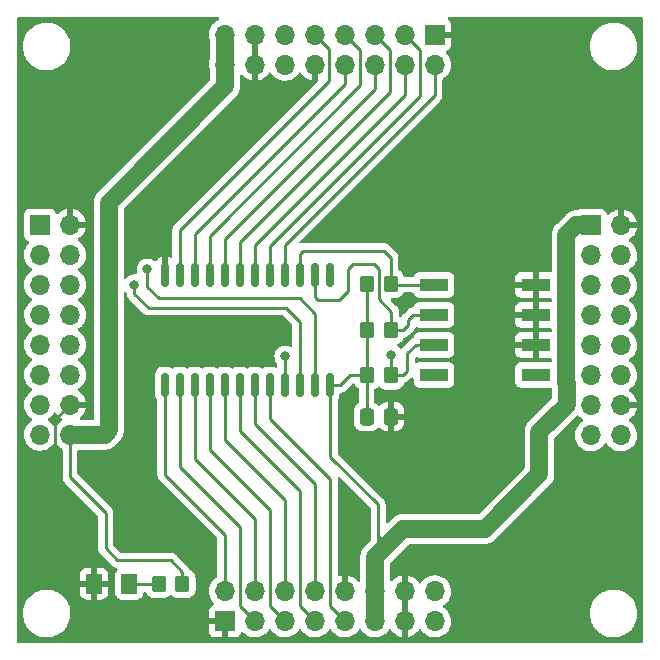
<source format=gbr>
%TF.GenerationSoftware,KiCad,Pcbnew,6.0.7+dfsg-1~bpo11+1*%
%TF.CreationDate,2022-10-12T23:47:36+02:00*%
%TF.ProjectId,vertExpIO_00,76657274-4578-4704-994f-5f30302e6b69,rev?*%
%TF.SameCoordinates,Original*%
%TF.FileFunction,Copper,L1,Top*%
%TF.FilePolarity,Positive*%
%FSLAX46Y46*%
G04 Gerber Fmt 4.6, Leading zero omitted, Abs format (unit mm)*
G04 Created by KiCad (PCBNEW 6.0.7+dfsg-1~bpo11+1) date 2022-10-12 23:47:36*
%MOMM*%
%LPD*%
G01*
G04 APERTURE LIST*
G04 Aperture macros list*
%AMRoundRect*
0 Rectangle with rounded corners*
0 $1 Rounding radius*
0 $2 $3 $4 $5 $6 $7 $8 $9 X,Y pos of 4 corners*
0 Add a 4 corners polygon primitive as box body*
4,1,4,$2,$3,$4,$5,$6,$7,$8,$9,$2,$3,0*
0 Add four circle primitives for the rounded corners*
1,1,$1+$1,$2,$3*
1,1,$1+$1,$4,$5*
1,1,$1+$1,$6,$7*
1,1,$1+$1,$8,$9*
0 Add four rect primitives between the rounded corners*
20,1,$1+$1,$2,$3,$4,$5,0*
20,1,$1+$1,$4,$5,$6,$7,0*
20,1,$1+$1,$6,$7,$8,$9,0*
20,1,$1+$1,$8,$9,$2,$3,0*%
G04 Aperture macros list end*
%TA.AperFunction,ComponentPad*%
%ADD10R,1.700000X1.700000*%
%TD*%
%TA.AperFunction,ComponentPad*%
%ADD11O,1.700000X1.700000*%
%TD*%
%TA.AperFunction,SMDPad,CuDef*%
%ADD12RoundRect,0.250000X-0.350000X-0.450000X0.350000X-0.450000X0.350000X0.450000X-0.350000X0.450000X0*%
%TD*%
%TA.AperFunction,SMDPad,CuDef*%
%ADD13RoundRect,0.150000X-0.150000X0.875000X-0.150000X-0.875000X0.150000X-0.875000X0.150000X0.875000X0*%
%TD*%
%TA.AperFunction,SMDPad,CuDef*%
%ADD14RoundRect,0.250000X0.350000X0.450000X-0.350000X0.450000X-0.350000X-0.450000X0.350000X-0.450000X0*%
%TD*%
%TA.AperFunction,SMDPad,CuDef*%
%ADD15R,2.440000X1.120000*%
%TD*%
%TA.AperFunction,SMDPad,CuDef*%
%ADD16RoundRect,0.250001X-0.462499X-0.624999X0.462499X-0.624999X0.462499X0.624999X-0.462499X0.624999X0*%
%TD*%
%TA.AperFunction,SMDPad,CuDef*%
%ADD17RoundRect,0.250000X-0.337500X-0.475000X0.337500X-0.475000X0.337500X0.475000X-0.337500X0.475000X0*%
%TD*%
%TA.AperFunction,ViaPad*%
%ADD18C,0.800000*%
%TD*%
%TA.AperFunction,Conductor*%
%ADD19C,0.250000*%
%TD*%
%TA.AperFunction,Conductor*%
%ADD20C,1.500000*%
%TD*%
G04 APERTURE END LIST*
D10*
%TO.P,J3,1,Pin_1*%
%TO.N,+3.3V*%
X169072500Y-91865000D03*
D11*
%TO.P,J3,2,Pin_2*%
%TO.N,GND*%
X171612500Y-91865000D03*
%TO.P,J3,3,Pin_3*%
%TO.N,/TXD*%
X169072500Y-94405000D03*
%TO.P,J3,4,Pin_4*%
%TO.N,/RXD*%
X171612500Y-94405000D03*
%TO.P,J3,5,Pin_5*%
%TO.N,/SCL*%
X169072500Y-96945000D03*
%TO.P,J3,6,Pin_6*%
%TO.N,/SDA*%
X171612500Y-96945000D03*
%TO.P,J3,7,Pin_7*%
%TO.N,/MISO*%
X169072500Y-99485000D03*
%TO.P,J3,8,Pin_8*%
%TO.N,/MOSI*%
X171612500Y-99485000D03*
%TO.P,J3,9,Pin_9*%
%TO.N,/SCK*%
X169072500Y-102025000D03*
%TO.P,J3,10,Pin_10*%
%TO.N,/SSEL1*%
X171612500Y-102025000D03*
%TO.P,J3,11,Pin_11*%
%TO.N,/SSEL2*%
X169072500Y-104565000D03*
%TO.P,J3,12,Pin_12*%
%TO.N,/SSEL3*%
X171612500Y-104565000D03*
%TO.P,J3,13,Pin_13*%
%TO.N,/SSEL4*%
X169072500Y-107105000D03*
%TO.P,J3,14,Pin_14*%
%TO.N,GND*%
X171612500Y-107105000D03*
%TO.P,J3,15,Pin_15*%
%TO.N,+24V*%
X169072500Y-109645000D03*
%TO.P,J3,16,Pin_16*%
X171612500Y-109645000D03*
%TD*%
D12*
%TO.P,R2,1*%
%TO.N,+3.3V*%
X150127500Y-100730000D03*
%TO.P,R2,2*%
%TO.N,Net-(R2-Pad2)*%
X152127500Y-100730000D03*
%TD*%
D13*
%TO.P,U1,1,~{INT}*%
%TO.N,unconnected-(U1-Pad1)*%
X146962500Y-96080000D03*
%TO.P,U1,2,A1*%
%TO.N,Net-(R2-Pad2)*%
X145692500Y-96080000D03*
%TO.P,U1,3,A2*%
%TO.N,Net-(R3-Pad2)*%
X144422500Y-96080000D03*
%TO.P,U1,4,IO0_0*%
%TO.N,/IO0_0*%
X143152500Y-96080000D03*
%TO.P,U1,5,IO0_1*%
%TO.N,/IO0_1*%
X141882500Y-96080000D03*
%TO.P,U1,6,IO0_2*%
%TO.N,/IO0_2*%
X140612500Y-96080000D03*
%TO.P,U1,7,IO0_3*%
%TO.N,/IO0_3*%
X139342500Y-96080000D03*
%TO.P,U1,8,IO0_4*%
%TO.N,/IO0_4*%
X138072500Y-96080000D03*
%TO.P,U1,9,IO0_5*%
%TO.N,/IO0_5*%
X136802500Y-96080000D03*
%TO.P,U1,10,IO0_6*%
%TO.N,/IO0_6*%
X135532500Y-96080000D03*
%TO.P,U1,11,IO0_7*%
%TO.N,/IO0_7*%
X134262500Y-96080000D03*
%TO.P,U1,12,VSS*%
%TO.N,GND*%
X132992500Y-96080000D03*
%TO.P,U1,13,IO1_0*%
%TO.N,/IO1_0*%
X132992500Y-105380000D03*
%TO.P,U1,14,IO1_1*%
%TO.N,/IO1_1*%
X134262500Y-105380000D03*
%TO.P,U1,15,IO1_2*%
%TO.N,/IO1_2*%
X135532500Y-105380000D03*
%TO.P,U1,16,IO1_3*%
%TO.N,/IO1_3*%
X136802500Y-105380000D03*
%TO.P,U1,17,IO1_4*%
%TO.N,/IO1_4*%
X138072500Y-105380000D03*
%TO.P,U1,18,IO1_5*%
%TO.N,/IO1_5*%
X139342500Y-105380000D03*
%TO.P,U1,19,IO1_6*%
%TO.N,/IO1_6*%
X140612500Y-105380000D03*
%TO.P,U1,20,IO1_7*%
%TO.N,/IO1_7*%
X141882500Y-105380000D03*
%TO.P,U1,21,A0*%
%TO.N,Net-(R1-Pad2)*%
X143152500Y-105380000D03*
%TO.P,U1,22,SCL*%
%TO.N,/SCL*%
X144422500Y-105380000D03*
%TO.P,U1,23,SDA*%
%TO.N,/SDA*%
X145692500Y-105380000D03*
%TO.P,U1,24,VDD*%
%TO.N,+3.3V*%
X146962500Y-105380000D03*
%TD*%
D10*
%TO.P,J4,1,Pin_1*%
%TO.N,+3.3V*%
X122417500Y-91820000D03*
D11*
%TO.P,J4,2,Pin_2*%
%TO.N,GND*%
X124957500Y-91820000D03*
%TO.P,J4,3,Pin_3*%
%TO.N,/TXD*%
X122417500Y-94360000D03*
%TO.P,J4,4,Pin_4*%
%TO.N,/RXD*%
X124957500Y-94360000D03*
%TO.P,J4,5,Pin_5*%
%TO.N,/SCL*%
X122417500Y-96900000D03*
%TO.P,J4,6,Pin_6*%
%TO.N,/SDA*%
X124957500Y-96900000D03*
%TO.P,J4,7,Pin_7*%
%TO.N,/MISO*%
X122417500Y-99440000D03*
%TO.P,J4,8,Pin_8*%
%TO.N,/MOSI*%
X124957500Y-99440000D03*
%TO.P,J4,9,Pin_9*%
%TO.N,/SCK*%
X122417500Y-101980000D03*
%TO.P,J4,10,Pin_10*%
%TO.N,/SSEL1*%
X124957500Y-101980000D03*
%TO.P,J4,11,Pin_11*%
%TO.N,/SSEL2*%
X122417500Y-104520000D03*
%TO.P,J4,12,Pin_12*%
%TO.N,/SSEL3*%
X124957500Y-104520000D03*
%TO.P,J4,13,Pin_13*%
%TO.N,/SSEL4*%
X122417500Y-107060000D03*
%TO.P,J4,14,Pin_14*%
%TO.N,GND*%
X124957500Y-107060000D03*
%TO.P,J4,15,Pin_15*%
%TO.N,+24V*%
X122417500Y-109600000D03*
%TO.P,J4,16,Pin_16*%
X124957500Y-109600000D03*
%TD*%
D12*
%TO.P,R3,1*%
%TO.N,+3.3V*%
X150127500Y-96830000D03*
%TO.P,R3,2*%
%TO.N,Net-(R3-Pad2)*%
X152127500Y-96830000D03*
%TD*%
D14*
%TO.P,R4,1*%
%TO.N,+24V*%
X134477500Y-122230000D03*
%TO.P,R4,2*%
%TO.N,Net-(D1-Pad2)*%
X132477500Y-122230000D03*
%TD*%
D12*
%TO.P,R1,1*%
%TO.N,+3.3V*%
X150127500Y-104580000D03*
%TO.P,R1,2*%
%TO.N,Net-(R1-Pad2)*%
X152127500Y-104580000D03*
%TD*%
D15*
%TO.P,SW1,1*%
%TO.N,Net-(R3-Pad2)*%
X155772500Y-96920000D03*
%TO.P,SW1,2*%
%TO.N,Net-(R2-Pad2)*%
X155772500Y-99460000D03*
%TO.P,SW1,3*%
%TO.N,Net-(R1-Pad2)*%
X155772500Y-102000000D03*
%TO.P,SW1,4*%
%TO.N,unconnected-(SW1-Pad4)*%
X155772500Y-104540000D03*
%TO.P,SW1,5*%
%TO.N,unconnected-(SW1-Pad5)*%
X164382500Y-104540000D03*
%TO.P,SW1,6*%
%TO.N,GND*%
X164382500Y-102000000D03*
%TO.P,SW1,7*%
X164382500Y-99460000D03*
%TO.P,SW1,8*%
X164382500Y-96920000D03*
%TD*%
D10*
%TO.P,J1,1,Pin_1*%
%TO.N,GND*%
X155852500Y-75730000D03*
D11*
%TO.P,J1,2,Pin_2*%
%TO.N,/IO0_0*%
X155852500Y-78270000D03*
%TO.P,J1,3,Pin_3*%
%TO.N,/IO0_1*%
X153312500Y-75730000D03*
%TO.P,J1,4,Pin_4*%
%TO.N,/IO0_2*%
X153312500Y-78270000D03*
%TO.P,J1,5,Pin_5*%
%TO.N,/IO0_3*%
X150772500Y-75730000D03*
%TO.P,J1,6,Pin_6*%
%TO.N,/IO0_4*%
X150772500Y-78270000D03*
%TO.P,J1,7,Pin_7*%
%TO.N,/IO0_5*%
X148232500Y-75730000D03*
%TO.P,J1,8,Pin_8*%
%TO.N,/IO0_6*%
X148232500Y-78270000D03*
%TO.P,J1,9,Pin_9*%
%TO.N,/IO0_7*%
X145692500Y-75730000D03*
%TO.P,J1,10,Pin_10*%
%TO.N,GND*%
X145692500Y-78270000D03*
%TO.P,J1,11,Pin_11*%
%TO.N,+3.3V*%
X143152500Y-75730000D03*
%TO.P,J1,12,Pin_12*%
X143152500Y-78270000D03*
%TO.P,J1,13,Pin_13*%
%TO.N,GND*%
X140612500Y-75730000D03*
%TO.P,J1,14,Pin_14*%
X140612500Y-78270000D03*
%TO.P,J1,15,Pin_15*%
%TO.N,+24V*%
X138072500Y-75730000D03*
%TO.P,J1,16,Pin_16*%
X138072500Y-78270000D03*
%TD*%
D10*
%TO.P,J2,1,Pin_1*%
%TO.N,GND*%
X138072500Y-125395000D03*
D11*
%TO.P,J2,2,Pin_2*%
%TO.N,/IO1_0*%
X138072500Y-122855000D03*
%TO.P,J2,3,Pin_3*%
%TO.N,/IO1_1*%
X140612500Y-125395000D03*
%TO.P,J2,4,Pin_4*%
%TO.N,/IO1_2*%
X140612500Y-122855000D03*
%TO.P,J2,5,Pin_5*%
%TO.N,/IO1_3*%
X143152500Y-125395000D03*
%TO.P,J2,6,Pin_6*%
%TO.N,/IO1_4*%
X143152500Y-122855000D03*
%TO.P,J2,7,Pin_7*%
%TO.N,/IO1_5*%
X145692500Y-125395000D03*
%TO.P,J2,8,Pin_8*%
%TO.N,/IO1_6*%
X145692500Y-122855000D03*
%TO.P,J2,9,Pin_9*%
%TO.N,/IO1_7*%
X148232500Y-125395000D03*
%TO.P,J2,10,Pin_10*%
%TO.N,GND*%
X148232500Y-122855000D03*
%TO.P,J2,11,Pin_11*%
%TO.N,+3.3V*%
X150772500Y-125395000D03*
%TO.P,J2,12,Pin_12*%
X150772500Y-122855000D03*
%TO.P,J2,13,Pin_13*%
%TO.N,GND*%
X153312500Y-125395000D03*
%TO.P,J2,14,Pin_14*%
X153312500Y-122855000D03*
%TO.P,J2,15,Pin_15*%
%TO.N,+24V*%
X155852500Y-125395000D03*
%TO.P,J2,16,Pin_16*%
X155852500Y-122855000D03*
%TD*%
D16*
%TO.P,D1,1,K*%
%TO.N,GND*%
X126990000Y-122230000D03*
%TO.P,D1,2,A*%
%TO.N,Net-(D1-Pad2)*%
X129965000Y-122230000D03*
%TD*%
D17*
%TO.P,C1,1*%
%TO.N,+3.3V*%
X150082500Y-108070000D03*
%TO.P,C1,2*%
%TO.N,GND*%
X152157500Y-108070000D03*
%TD*%
D18*
%TO.N,GND*%
X165387500Y-92100000D03*
%TO.N,/SCL*%
X130402500Y-96935000D03*
%TO.N,/SDA*%
X131517500Y-95600000D03*
%TO.N,Net-(R1-Pad2)*%
X143167500Y-102960000D03*
X152127500Y-102830000D03*
%TD*%
D19*
%TO.N,+3.3V*%
X151037500Y-119700000D02*
X150802500Y-119935000D01*
X151037500Y-118620000D02*
X151037500Y-119700000D01*
X151102500Y-118555000D02*
X151037500Y-118620000D01*
X146962500Y-105380000D02*
X146987500Y-105405000D01*
D20*
X166987500Y-105230000D02*
X166987500Y-92710000D01*
D19*
X151037500Y-118170000D02*
X151037500Y-118620000D01*
D20*
X164697500Y-112960000D02*
X164697500Y-109370000D01*
X150802500Y-122840000D02*
X150802500Y-119935000D01*
X150802500Y-125380000D02*
X150802500Y-122840000D01*
X166997500Y-107070000D02*
X164697500Y-109370000D01*
X166997500Y-105240000D02*
X166997500Y-107070000D01*
X166987500Y-105230000D02*
X166997500Y-105240000D01*
D19*
X150127500Y-100730000D02*
X150127500Y-104580000D01*
X150127500Y-104580000D02*
X148667500Y-104580000D01*
X148667500Y-104580000D02*
X147827500Y-105420000D01*
X146987500Y-105405000D02*
X146987500Y-111460000D01*
D20*
X160077500Y-117580000D02*
X164697500Y-112960000D01*
D19*
X146987500Y-111460000D02*
X151037500Y-115510000D01*
D20*
X150802500Y-119935000D02*
X151792500Y-118945000D01*
X169072500Y-91865000D02*
X167832500Y-91865000D01*
X151792500Y-118945000D02*
X153157500Y-117580000D01*
D19*
X151102500Y-118235000D02*
X151792500Y-118925000D01*
X151037500Y-118170000D02*
X151102500Y-118235000D01*
X150082500Y-108070000D02*
X150082500Y-104625000D01*
X151792500Y-118925000D02*
X151792500Y-118945000D01*
X147002500Y-105420000D02*
X146962500Y-105380000D01*
X151102500Y-118235000D02*
X151102500Y-118555000D01*
D20*
X153157500Y-117580000D02*
X160077500Y-117580000D01*
X167832500Y-91865000D02*
X166987500Y-92710000D01*
D19*
X150082500Y-104625000D02*
X150127500Y-104580000D01*
X147827500Y-105420000D02*
X147002500Y-105420000D01*
X151037500Y-115510000D02*
X151037500Y-118170000D01*
X150127500Y-96830000D02*
X150127500Y-100730000D01*
%TO.N,GND*%
X124957500Y-107060000D02*
X123727500Y-108290000D01*
X126990000Y-116822500D02*
X125937500Y-115770000D01*
X132992500Y-96080000D02*
X132992500Y-89005000D01*
X123727500Y-108290000D02*
X123727500Y-113560000D01*
X126990000Y-122230000D02*
X126990000Y-116822500D01*
X132992500Y-89005000D02*
X140612500Y-81385000D01*
X164382500Y-96920000D02*
X164382500Y-93105000D01*
X140612500Y-81385000D02*
X140612500Y-78270000D01*
X140612500Y-78620000D02*
X140637500Y-78620000D01*
X123727500Y-113560000D02*
X125937500Y-115770000D01*
X164382500Y-93105000D02*
X165387500Y-92100000D01*
X138307500Y-125380000D02*
X138102500Y-125380000D01*
%TO.N,/IO0_0*%
X155852500Y-80855000D02*
X143127500Y-93580000D01*
X143127500Y-95628249D02*
X143127500Y-93580000D01*
X143152500Y-95653249D02*
X143127500Y-95628249D01*
X143152500Y-96080000D02*
X143152500Y-95653249D01*
X155852500Y-78270000D02*
X155852500Y-80855000D01*
%TO.N,/IO0_1*%
X154587500Y-80940000D02*
X141882500Y-93645000D01*
X154587500Y-77005000D02*
X154587500Y-80940000D01*
X153312500Y-75730000D02*
X154587500Y-77005000D01*
X141882500Y-93645000D02*
X141882500Y-96080000D01*
%TO.N,/IO0_2*%
X140597500Y-96065000D02*
X140612500Y-96080000D01*
X153312500Y-78270000D02*
X153312500Y-80815000D01*
X140597500Y-93530000D02*
X140597500Y-96065000D01*
X153312500Y-80815000D02*
X140597500Y-93530000D01*
%TO.N,/IO0_3*%
X152037500Y-76995000D02*
X152037500Y-80550000D01*
X152037500Y-80550000D02*
X139342500Y-93245000D01*
X139342500Y-93245000D02*
X139342500Y-96080000D01*
X150772500Y-75730000D02*
X152037500Y-76995000D01*
%TO.N,/IO0_4*%
X138072500Y-96080000D02*
X138072500Y-93035000D01*
X150772500Y-80335000D02*
X138072500Y-93035000D01*
X150772500Y-78270000D02*
X150772500Y-80335000D01*
%TO.N,/IO0_5*%
X136802500Y-92765000D02*
X136802500Y-96080000D01*
X149537500Y-77035000D02*
X149537500Y-80030000D01*
X148232500Y-75730000D02*
X149537500Y-77035000D01*
X149537500Y-80030000D02*
X136802500Y-92765000D01*
%TO.N,/IO0_6*%
X148232500Y-79925000D02*
X135532500Y-92625000D01*
X135532500Y-96080000D02*
X135532500Y-92625000D01*
X148232500Y-78270000D02*
X148232500Y-79925000D01*
%TO.N,/IO0_7*%
X145692500Y-75730000D02*
X146907500Y-76945000D01*
X146907500Y-76945000D02*
X146907500Y-79630000D01*
X134262500Y-96080000D02*
X134262500Y-92275000D01*
X146907500Y-79630000D02*
X134262500Y-92275000D01*
%TO.N,+24V*%
X127977500Y-116230000D02*
X124957500Y-113210000D01*
D20*
X124957500Y-109600000D02*
X127877500Y-109600000D01*
X128232500Y-109245000D02*
X128232500Y-89955000D01*
X138072500Y-80115000D02*
X138072500Y-76080000D01*
D19*
X128977500Y-120230000D02*
X127977500Y-119230000D01*
D20*
X128232500Y-89955000D02*
X138072500Y-80115000D01*
D19*
X124957500Y-113210000D02*
X124957500Y-109600000D01*
D20*
X126852500Y-109635000D02*
X126887500Y-109670000D01*
D19*
X134477500Y-121230000D02*
X133477500Y-120230000D01*
X134477500Y-122230000D02*
X134477500Y-121230000D01*
X127977500Y-119230000D02*
X127977500Y-116230000D01*
D20*
X127877500Y-109600000D02*
X128232500Y-109245000D01*
X124867500Y-109635000D02*
X126852500Y-109635000D01*
D19*
X133477500Y-120230000D02*
X128977500Y-120230000D01*
%TO.N,/IO1_0*%
X138072500Y-122855000D02*
X138072500Y-118085000D01*
X132992500Y-105380000D02*
X132992500Y-113005000D01*
X138072500Y-118085000D02*
X132992500Y-113005000D01*
%TO.N,/IO1_1*%
X139357500Y-124140000D02*
X139357500Y-117420000D01*
X140612500Y-125395000D02*
X139357500Y-124140000D01*
X134262500Y-112335000D02*
X134262500Y-105380000D01*
X134262500Y-112335000D02*
X139347500Y-117420000D01*
X139347500Y-117420000D02*
X139357500Y-117420000D01*
%TO.N,/IO1_2*%
X140612500Y-116735000D02*
X135532500Y-111655000D01*
X135532500Y-105380000D02*
X135532500Y-111655000D01*
X140612500Y-122855000D02*
X140612500Y-116735000D01*
%TO.N,/IO1_3*%
X141887500Y-124130000D02*
X141887500Y-116020000D01*
X141887500Y-116020000D02*
X136802500Y-110935000D01*
X143152500Y-125395000D02*
X141887500Y-124130000D01*
X136802500Y-110935000D02*
X136802500Y-105380000D01*
%TO.N,/IO1_4*%
X138072500Y-110055000D02*
X138072500Y-105380000D01*
X143152500Y-122855000D02*
X143152500Y-115135000D01*
X143152500Y-115135000D02*
X138072500Y-110055000D01*
%TO.N,/IO1_5*%
X139342500Y-109255000D02*
X139342500Y-105380000D01*
X144417500Y-124120000D02*
X144417500Y-114330000D01*
X145692500Y-125395000D02*
X144417500Y-124120000D01*
X144417500Y-114330000D02*
X139342500Y-109255000D01*
%TO.N,/IO1_6*%
X140612500Y-105380000D02*
X140612500Y-108685000D01*
X145692500Y-122855000D02*
X145692500Y-113765000D01*
X145692500Y-113765000D02*
X140612500Y-108685000D01*
%TO.N,/IO1_7*%
X148232500Y-125395000D02*
X146977500Y-124140000D01*
X146977500Y-113330000D02*
X141882500Y-108235000D01*
X141882500Y-105380000D02*
X141882500Y-108235000D01*
X146977500Y-124140000D02*
X146977500Y-113330000D01*
%TO.N,/SCL*%
X144422500Y-105380000D02*
X144422500Y-100025000D01*
X144422500Y-100025000D02*
X143267500Y-98870000D01*
X130402500Y-97665000D02*
X130402500Y-96935000D01*
X131607500Y-98870000D02*
X130402500Y-97665000D01*
X143267500Y-98870000D02*
X131607500Y-98870000D01*
%TO.N,/SDA*%
X131517500Y-97100000D02*
X131517500Y-95600000D01*
X144407500Y-98060000D02*
X132477500Y-98060000D01*
X145692500Y-105380000D02*
X145692500Y-99345000D01*
X145692500Y-99345000D02*
X144407500Y-98060000D01*
X132477500Y-98060000D02*
X131517500Y-97100000D01*
%TO.N,Net-(R1-Pad2)*%
X152127500Y-104580000D02*
X152127500Y-102830000D01*
X154227500Y-102000000D02*
X153527500Y-102700000D01*
X153117500Y-104580000D02*
X152127500Y-104580000D01*
X143152500Y-102975000D02*
X143167500Y-102960000D01*
X143152500Y-105380000D02*
X143152500Y-102975000D01*
X155772500Y-102000000D02*
X154227500Y-102000000D01*
X153527500Y-102700000D02*
X153527500Y-104170000D01*
X153527500Y-104170000D02*
X153117500Y-104580000D01*
%TO.N,Net-(R2-Pad2)*%
X150717500Y-95180000D02*
X151117500Y-95580000D01*
X147727500Y-98220000D02*
X148487500Y-97460000D01*
X153597500Y-99870000D02*
X153597500Y-100310000D01*
X152167500Y-100690000D02*
X152127500Y-100730000D01*
X154007500Y-99460000D02*
X153597500Y-99870000D01*
X145692500Y-96080000D02*
X145692500Y-97935000D01*
X151117500Y-98130000D02*
X152167500Y-99180000D01*
X145977500Y-98220000D02*
X147727500Y-98220000D01*
X155772500Y-99460000D02*
X154007500Y-99460000D01*
X153177500Y-100730000D02*
X153597500Y-100310000D01*
X148887500Y-95180000D02*
X150717500Y-95180000D01*
X148487500Y-95580000D02*
X148887500Y-95180000D01*
X148487500Y-97460000D02*
X148487500Y-95580000D01*
X145692500Y-97935000D02*
X145977500Y-98220000D01*
X151117500Y-95580000D02*
X151117500Y-98130000D01*
X152127500Y-100730000D02*
X153177500Y-100730000D01*
X152167500Y-99180000D02*
X152167500Y-100690000D01*
%TO.N,Net-(R3-Pad2)*%
X155772500Y-96920000D02*
X152217500Y-96920000D01*
X151527500Y-94020000D02*
X152127500Y-94620000D01*
X144422500Y-96080000D02*
X144422500Y-94265000D01*
X144422500Y-94265000D02*
X144667500Y-94020000D01*
X152217500Y-96920000D02*
X152127500Y-96830000D01*
X144667500Y-94020000D02*
X151527500Y-94020000D01*
X152127500Y-94620000D02*
X152127500Y-96830000D01*
%TO.N,Net-(D1-Pad2)*%
X129965000Y-122230000D02*
X132477500Y-122230000D01*
%TD*%
%TA.AperFunction,Conductor*%
%TO.N,GND*%
G36*
X137548615Y-74258502D02*
G01*
X137595108Y-74312158D01*
X137605212Y-74382432D01*
X137575718Y-74447012D01*
X137538675Y-74476262D01*
X137346107Y-74576507D01*
X137341974Y-74579610D01*
X137341971Y-74579612D01*
X137258950Y-74641946D01*
X137167465Y-74710635D01*
X137142041Y-74737240D01*
X137047831Y-74835825D01*
X137013129Y-74872138D01*
X137010220Y-74876403D01*
X137010214Y-74876411D01*
X136925056Y-75001249D01*
X136887243Y-75056680D01*
X136870985Y-75091706D01*
X136799635Y-75245417D01*
X136793188Y-75259305D01*
X136733489Y-75474570D01*
X136709751Y-75696695D01*
X136722610Y-75919715D01*
X136723747Y-75924761D01*
X136723748Y-75924767D01*
X136741180Y-76002115D01*
X136771722Y-76137639D01*
X136785886Y-76172520D01*
X136804743Y-76218961D01*
X136814000Y-76266365D01*
X136814000Y-77726651D01*
X136802287Y-77779702D01*
X136795369Y-77794605D01*
X136795367Y-77794612D01*
X136793188Y-77799305D01*
X136733489Y-78014570D01*
X136709751Y-78236695D01*
X136710048Y-78241848D01*
X136710048Y-78241851D01*
X136715511Y-78336590D01*
X136722610Y-78459715D01*
X136723747Y-78464761D01*
X136723748Y-78464767D01*
X136732128Y-78501951D01*
X136771722Y-78677639D01*
X136778917Y-78695358D01*
X136804743Y-78758961D01*
X136814000Y-78806365D01*
X136814000Y-79541522D01*
X136793998Y-79609643D01*
X136777095Y-79630617D01*
X127407237Y-89000475D01*
X127394847Y-89011342D01*
X127377208Y-89024877D01*
X127322688Y-89084794D01*
X127322342Y-89085174D01*
X127318243Y-89089469D01*
X127302302Y-89105410D01*
X127300507Y-89107557D01*
X127300505Y-89107559D01*
X127285568Y-89125423D01*
X127282100Y-89129398D01*
X127229788Y-89186888D01*
X127229781Y-89186897D01*
X127226015Y-89191036D01*
X127223038Y-89195782D01*
X127223037Y-89195783D01*
X127216487Y-89206225D01*
X127206411Y-89220093D01*
X127198504Y-89229549D01*
X127198497Y-89229559D01*
X127194906Y-89233854D01*
X127153618Y-89306240D01*
X127150913Y-89310759D01*
X127106636Y-89381344D01*
X127104543Y-89386549D01*
X127104542Y-89386552D01*
X127099948Y-89397979D01*
X127092488Y-89413411D01*
X127086380Y-89424119D01*
X127086376Y-89424128D01*
X127083601Y-89428993D01*
X127081732Y-89434270D01*
X127081730Y-89434275D01*
X127055785Y-89507542D01*
X127053920Y-89512478D01*
X127022844Y-89589783D01*
X127021708Y-89595270D01*
X127021707Y-89595272D01*
X127019206Y-89607349D01*
X127014601Y-89623844D01*
X127008611Y-89640759D01*
X127007704Y-89646298D01*
X126995143Y-89723001D01*
X126994183Y-89728180D01*
X126977287Y-89809767D01*
X126977021Y-89814379D01*
X126977021Y-89814380D01*
X126975685Y-89837548D01*
X126974238Y-89850653D01*
X126973214Y-89856910D01*
X126972306Y-89862457D01*
X126972394Y-89868070D01*
X126972394Y-89868072D01*
X126973984Y-89969264D01*
X126974000Y-89971243D01*
X126974000Y-108215500D01*
X126953998Y-108283621D01*
X126900342Y-108330114D01*
X126848000Y-108341500D01*
X125893197Y-108341500D01*
X125825076Y-108321498D01*
X125778583Y-108267842D01*
X125768479Y-108197568D01*
X125797973Y-108132988D01*
X125820028Y-108112922D01*
X125832825Y-108103794D01*
X125840700Y-108097139D01*
X125991552Y-107946812D01*
X125998230Y-107938965D01*
X126122503Y-107766020D01*
X126127813Y-107757183D01*
X126222170Y-107566267D01*
X126225969Y-107556672D01*
X126287877Y-107352910D01*
X126290055Y-107342837D01*
X126291486Y-107331962D01*
X126289275Y-107317778D01*
X126276117Y-107314000D01*
X124829500Y-107314000D01*
X124761379Y-107293998D01*
X124714886Y-107240342D01*
X124703500Y-107188000D01*
X124703500Y-106932000D01*
X124723502Y-106863879D01*
X124777158Y-106817386D01*
X124829500Y-106806000D01*
X126275844Y-106806000D01*
X126289375Y-106802027D01*
X126290680Y-106792947D01*
X126248714Y-106625875D01*
X126245394Y-106616124D01*
X126160472Y-106420814D01*
X126155605Y-106411739D01*
X126039926Y-106232926D01*
X126033636Y-106224757D01*
X125890306Y-106067240D01*
X125882773Y-106060215D01*
X125715639Y-105928222D01*
X125707056Y-105922520D01*
X125670102Y-105902120D01*
X125620131Y-105851687D01*
X125605359Y-105782245D01*
X125630475Y-105715839D01*
X125657827Y-105689232D01*
X125708784Y-105652885D01*
X125837360Y-105561173D01*
X125856710Y-105541891D01*
X125991935Y-105407137D01*
X125995596Y-105403489D01*
X126027588Y-105358968D01*
X126122935Y-105226277D01*
X126125953Y-105222077D01*
X126130625Y-105212625D01*
X126222636Y-105026453D01*
X126222637Y-105026451D01*
X126224930Y-105021811D01*
X126277757Y-104847939D01*
X126288365Y-104813023D01*
X126288365Y-104813021D01*
X126289870Y-104808069D01*
X126319029Y-104586590D01*
X126319144Y-104581885D01*
X126320574Y-104523365D01*
X126320574Y-104523361D01*
X126320656Y-104520000D01*
X126302352Y-104297361D01*
X126247931Y-104080702D01*
X126158854Y-103875840D01*
X126070280Y-103738925D01*
X126040322Y-103692617D01*
X126040320Y-103692614D01*
X126037514Y-103688277D01*
X125887170Y-103523051D01*
X125883117Y-103519850D01*
X125883115Y-103519848D01*
X125715914Y-103387800D01*
X125715910Y-103387798D01*
X125711859Y-103384598D01*
X125670553Y-103361796D01*
X125620584Y-103311364D01*
X125605812Y-103241921D01*
X125630928Y-103175516D01*
X125658280Y-103148909D01*
X125720423Y-103104583D01*
X125837360Y-103021173D01*
X125845196Y-103013365D01*
X125991935Y-102867137D01*
X125995596Y-102863489D01*
X126031410Y-102813649D01*
X126122935Y-102686277D01*
X126125953Y-102682077D01*
X126130625Y-102672625D01*
X126222636Y-102486453D01*
X126222637Y-102486451D01*
X126224930Y-102481811D01*
X126283778Y-102288120D01*
X126288365Y-102273023D01*
X126288365Y-102273021D01*
X126289870Y-102268069D01*
X126319029Y-102046590D01*
X126319557Y-102025000D01*
X126320574Y-101983365D01*
X126320574Y-101983361D01*
X126320656Y-101980000D01*
X126302352Y-101757361D01*
X126247931Y-101540702D01*
X126158854Y-101335840D01*
X126037514Y-101148277D01*
X125887170Y-100983051D01*
X125883119Y-100979852D01*
X125883115Y-100979848D01*
X125715914Y-100847800D01*
X125715910Y-100847798D01*
X125711859Y-100844598D01*
X125670553Y-100821796D01*
X125620584Y-100771364D01*
X125605812Y-100701921D01*
X125630928Y-100635516D01*
X125658280Y-100608909D01*
X125720423Y-100564583D01*
X125837360Y-100481173D01*
X125845237Y-100473324D01*
X125954650Y-100364292D01*
X125995596Y-100323489D01*
X126031410Y-100273649D01*
X126122935Y-100146277D01*
X126125953Y-100142077D01*
X126130625Y-100132625D01*
X126222636Y-99946453D01*
X126222637Y-99946451D01*
X126224930Y-99941811D01*
X126289870Y-99728069D01*
X126319029Y-99506590D01*
X126319320Y-99494679D01*
X126320574Y-99443365D01*
X126320574Y-99443361D01*
X126320656Y-99440000D01*
X126302352Y-99217361D01*
X126247931Y-99000702D01*
X126158854Y-98795840D01*
X126072077Y-98661703D01*
X126040322Y-98612617D01*
X126040320Y-98612614D01*
X126037514Y-98608277D01*
X125887170Y-98443051D01*
X125883119Y-98439852D01*
X125883115Y-98439848D01*
X125715914Y-98307800D01*
X125715910Y-98307798D01*
X125711859Y-98304598D01*
X125670553Y-98281796D01*
X125620584Y-98231364D01*
X125605812Y-98161921D01*
X125630928Y-98095516D01*
X125658280Y-98068909D01*
X125716297Y-98027526D01*
X125837360Y-97941173D01*
X125845237Y-97933324D01*
X125943178Y-97835724D01*
X125995596Y-97783489D01*
X126008962Y-97764889D01*
X126122935Y-97606277D01*
X126125953Y-97602077D01*
X126130625Y-97592625D01*
X126222636Y-97406453D01*
X126222637Y-97406451D01*
X126224930Y-97401811D01*
X126289870Y-97188069D01*
X126319029Y-96966590D01*
X126319557Y-96945000D01*
X126320574Y-96903365D01*
X126320574Y-96903361D01*
X126320656Y-96900000D01*
X126302352Y-96677361D01*
X126247931Y-96460702D01*
X126158854Y-96255840D01*
X126072077Y-96121703D01*
X126040322Y-96072617D01*
X126040320Y-96072614D01*
X126037514Y-96068277D01*
X125887170Y-95903051D01*
X125883119Y-95899852D01*
X125883115Y-95899848D01*
X125715914Y-95767800D01*
X125715910Y-95767798D01*
X125711859Y-95764598D01*
X125670553Y-95741796D01*
X125620584Y-95691364D01*
X125605812Y-95621921D01*
X125630928Y-95555516D01*
X125658280Y-95528909D01*
X125720423Y-95484583D01*
X125837360Y-95401173D01*
X125995596Y-95243489D01*
X126046643Y-95172450D01*
X126122935Y-95066277D01*
X126125953Y-95062077D01*
X126130625Y-95052625D01*
X126222636Y-94866453D01*
X126222637Y-94866451D01*
X126224930Y-94861811D01*
X126278178Y-94686551D01*
X126288365Y-94653023D01*
X126288365Y-94653021D01*
X126289870Y-94648069D01*
X126319029Y-94426590D01*
X126319557Y-94405000D01*
X126320574Y-94363365D01*
X126320574Y-94363361D01*
X126320656Y-94360000D01*
X126302352Y-94137361D01*
X126247931Y-93920702D01*
X126158854Y-93715840D01*
X126079493Y-93593167D01*
X126040322Y-93532617D01*
X126040320Y-93532614D01*
X126037514Y-93528277D01*
X125887170Y-93363051D01*
X125883119Y-93359852D01*
X125883115Y-93359848D01*
X125715914Y-93227800D01*
X125715910Y-93227798D01*
X125711859Y-93224598D01*
X125670069Y-93201529D01*
X125620098Y-93151097D01*
X125605326Y-93081654D01*
X125630442Y-93015248D01*
X125657794Y-92988641D01*
X125832828Y-92863792D01*
X125840700Y-92857139D01*
X125991552Y-92706812D01*
X125998230Y-92698965D01*
X126122503Y-92526020D01*
X126127813Y-92517183D01*
X126222170Y-92326267D01*
X126225969Y-92316672D01*
X126287877Y-92112910D01*
X126290055Y-92102837D01*
X126291486Y-92091962D01*
X126289275Y-92077778D01*
X126276117Y-92074000D01*
X124829500Y-92074000D01*
X124761379Y-92053998D01*
X124714886Y-92000342D01*
X124703500Y-91948000D01*
X124703500Y-91547885D01*
X125211500Y-91547885D01*
X125215975Y-91563124D01*
X125217365Y-91564329D01*
X125225048Y-91566000D01*
X126275844Y-91566000D01*
X126289375Y-91562027D01*
X126290680Y-91552947D01*
X126248714Y-91385875D01*
X126245394Y-91376124D01*
X126160472Y-91180814D01*
X126155605Y-91171739D01*
X126039926Y-90992926D01*
X126033636Y-90984757D01*
X125890306Y-90827240D01*
X125882773Y-90820215D01*
X125715639Y-90688222D01*
X125707052Y-90682517D01*
X125520617Y-90579599D01*
X125511205Y-90575369D01*
X125310459Y-90504280D01*
X125300488Y-90501646D01*
X125229337Y-90488972D01*
X125216040Y-90490432D01*
X125211500Y-90504989D01*
X125211500Y-91547885D01*
X124703500Y-91547885D01*
X124703500Y-90503102D01*
X124699582Y-90489758D01*
X124685306Y-90487771D01*
X124646824Y-90493660D01*
X124636788Y-90496051D01*
X124434368Y-90562212D01*
X124424859Y-90566209D01*
X124235963Y-90664542D01*
X124227238Y-90670036D01*
X124056933Y-90797905D01*
X124049226Y-90804748D01*
X123971978Y-90885584D01*
X123910454Y-90921014D01*
X123839542Y-90917557D01*
X123781755Y-90876311D01*
X123762902Y-90842763D01*
X123721267Y-90731703D01*
X123718115Y-90723295D01*
X123630761Y-90606739D01*
X123514205Y-90519385D01*
X123377816Y-90468255D01*
X123315634Y-90461500D01*
X121519366Y-90461500D01*
X121457184Y-90468255D01*
X121320795Y-90519385D01*
X121204239Y-90606739D01*
X121116885Y-90723295D01*
X121065755Y-90859684D01*
X121059000Y-90921866D01*
X121059000Y-92718134D01*
X121065755Y-92780316D01*
X121116885Y-92916705D01*
X121204239Y-93033261D01*
X121320795Y-93120615D01*
X121329204Y-93123767D01*
X121329205Y-93123768D01*
X121437951Y-93164535D01*
X121494716Y-93207176D01*
X121519416Y-93273738D01*
X121504209Y-93343087D01*
X121484816Y-93369568D01*
X121370800Y-93488879D01*
X121358129Y-93502138D01*
X121355220Y-93506403D01*
X121355214Y-93506411D01*
X121314322Y-93566357D01*
X121232243Y-93686680D01*
X121199234Y-93757792D01*
X121159959Y-93842404D01*
X121138188Y-93889305D01*
X121078489Y-94104570D01*
X121054751Y-94326695D01*
X121055048Y-94331848D01*
X121055048Y-94331851D01*
X121062912Y-94468240D01*
X121067610Y-94549715D01*
X121068747Y-94554761D01*
X121068748Y-94554767D01*
X121083894Y-94621971D01*
X121116722Y-94767639D01*
X121174504Y-94909940D01*
X121181044Y-94926045D01*
X121200766Y-94974616D01*
X121248570Y-95052625D01*
X121314791Y-95160688D01*
X121317487Y-95165088D01*
X121463750Y-95333938D01*
X121635626Y-95476632D01*
X121706095Y-95517811D01*
X121708945Y-95519476D01*
X121757669Y-95571114D01*
X121770740Y-95640897D01*
X121744009Y-95706669D01*
X121703555Y-95740027D01*
X121691107Y-95746507D01*
X121686974Y-95749610D01*
X121686971Y-95749612D01*
X121537922Y-95861521D01*
X121512465Y-95880635D01*
X121508893Y-95884373D01*
X121371102Y-96028563D01*
X121358129Y-96042138D01*
X121355220Y-96046403D01*
X121355214Y-96046411D01*
X121270056Y-96171249D01*
X121232243Y-96226680D01*
X121138188Y-96429305D01*
X121078489Y-96644570D01*
X121054751Y-96866695D01*
X121055048Y-96871848D01*
X121055048Y-96871851D01*
X121060511Y-96966590D01*
X121067610Y-97089715D01*
X121068747Y-97094761D01*
X121068748Y-97094767D01*
X121086605Y-97174000D01*
X121116722Y-97307639D01*
X121175118Y-97451453D01*
X121192409Y-97494034D01*
X121200766Y-97514616D01*
X121239451Y-97577745D01*
X121314791Y-97700688D01*
X121317487Y-97705088D01*
X121463750Y-97873938D01*
X121635626Y-98016632D01*
X121672472Y-98038163D01*
X121708945Y-98059476D01*
X121757669Y-98111114D01*
X121770740Y-98180897D01*
X121744009Y-98246669D01*
X121703555Y-98280027D01*
X121691107Y-98286507D01*
X121686974Y-98289610D01*
X121686971Y-98289612D01*
X121537922Y-98401521D01*
X121512465Y-98420635D01*
X121508893Y-98424373D01*
X121406656Y-98531358D01*
X121358129Y-98582138D01*
X121232243Y-98766680D01*
X121198679Y-98838988D01*
X121144616Y-98955458D01*
X121138188Y-98969305D01*
X121078489Y-99184570D01*
X121054751Y-99406695D01*
X121055048Y-99411848D01*
X121055048Y-99411851D01*
X121063683Y-99561611D01*
X121067610Y-99629715D01*
X121068747Y-99634761D01*
X121068748Y-99634767D01*
X121075374Y-99664166D01*
X121116722Y-99847639D01*
X121175118Y-99991453D01*
X121184692Y-100015029D01*
X121200766Y-100054616D01*
X121239982Y-100118611D01*
X121314791Y-100240688D01*
X121317487Y-100245088D01*
X121463750Y-100413938D01*
X121635626Y-100556632D01*
X121649233Y-100564583D01*
X121708945Y-100599476D01*
X121757669Y-100651114D01*
X121770740Y-100720897D01*
X121744009Y-100786669D01*
X121703555Y-100820027D01*
X121691107Y-100826507D01*
X121686974Y-100829610D01*
X121686971Y-100829612D01*
X121537922Y-100941521D01*
X121512465Y-100960635D01*
X121508893Y-100964373D01*
X121406656Y-101071358D01*
X121358129Y-101122138D01*
X121232243Y-101306680D01*
X121199234Y-101377792D01*
X121140676Y-101503946D01*
X121138188Y-101509305D01*
X121078489Y-101724570D01*
X121054751Y-101946695D01*
X121055048Y-101951848D01*
X121055048Y-101951851D01*
X121060511Y-102046590D01*
X121067610Y-102169715D01*
X121068747Y-102174761D01*
X121068748Y-102174767D01*
X121087613Y-102258475D01*
X121116722Y-102387639D01*
X121200766Y-102594616D01*
X121242275Y-102662352D01*
X121314791Y-102780688D01*
X121317487Y-102785088D01*
X121463750Y-102953938D01*
X121635626Y-103096632D01*
X121649233Y-103104583D01*
X121708945Y-103139476D01*
X121757669Y-103191114D01*
X121770740Y-103260897D01*
X121744009Y-103326669D01*
X121703555Y-103360027D01*
X121691107Y-103366507D01*
X121686974Y-103369610D01*
X121686971Y-103369612D01*
X121516600Y-103497530D01*
X121512465Y-103500635D01*
X121477997Y-103536704D01*
X121363329Y-103656697D01*
X121358129Y-103662138D01*
X121232243Y-103846680D01*
X121199234Y-103917792D01*
X121180113Y-103958986D01*
X121138188Y-104049305D01*
X121078489Y-104264570D01*
X121054751Y-104486695D01*
X121055048Y-104491848D01*
X121055048Y-104491851D01*
X121060511Y-104586590D01*
X121067610Y-104709715D01*
X121068747Y-104714761D01*
X121068748Y-104714767D01*
X121079956Y-104764499D01*
X121116722Y-104927639D01*
X121200766Y-105134616D01*
X121242216Y-105202256D01*
X121314791Y-105320688D01*
X121317487Y-105325088D01*
X121463750Y-105493938D01*
X121540346Y-105557529D01*
X121626801Y-105629305D01*
X121635626Y-105636632D01*
X121663440Y-105652885D01*
X121708945Y-105679476D01*
X121757669Y-105731114D01*
X121770740Y-105800897D01*
X121744009Y-105866669D01*
X121703555Y-105900027D01*
X121691107Y-105906507D01*
X121686974Y-105909610D01*
X121686971Y-105909612D01*
X121516600Y-106037530D01*
X121512465Y-106040635D01*
X121358129Y-106202138D01*
X121232243Y-106386680D01*
X121202816Y-106450076D01*
X121149636Y-106564643D01*
X121138188Y-106589305D01*
X121078489Y-106804570D01*
X121054751Y-107026695D01*
X121055048Y-107031848D01*
X121055048Y-107031851D01*
X121063017Y-107170053D01*
X121067610Y-107249715D01*
X121068747Y-107254761D01*
X121068748Y-107254767D01*
X121082097Y-107314000D01*
X121116722Y-107467639D01*
X121200766Y-107674616D01*
X121203465Y-107679020D01*
X121285644Y-107813124D01*
X121317487Y-107865088D01*
X121463750Y-108033938D01*
X121635626Y-108176632D01*
X121671454Y-108197568D01*
X121708945Y-108219476D01*
X121757669Y-108271114D01*
X121770740Y-108340897D01*
X121744009Y-108406669D01*
X121703555Y-108440027D01*
X121691107Y-108446507D01*
X121686974Y-108449610D01*
X121686971Y-108449612D01*
X121592677Y-108520410D01*
X121512465Y-108580635D01*
X121494105Y-108599848D01*
X121365180Y-108734760D01*
X121358129Y-108742138D01*
X121355220Y-108746403D01*
X121355214Y-108746411D01*
X121271626Y-108868946D01*
X121232243Y-108926680D01*
X121138188Y-109129305D01*
X121078489Y-109344570D01*
X121054751Y-109566695D01*
X121055048Y-109571848D01*
X121055048Y-109571851D01*
X121061718Y-109687522D01*
X121067610Y-109789715D01*
X121068747Y-109794761D01*
X121068748Y-109794767D01*
X121086910Y-109875356D01*
X121116722Y-110007639D01*
X121200766Y-110214616D01*
X121248570Y-110292625D01*
X121314791Y-110400688D01*
X121317487Y-110405088D01*
X121463750Y-110573938D01*
X121540263Y-110637460D01*
X121614438Y-110699041D01*
X121635626Y-110716632D01*
X121828500Y-110829338D01*
X121833325Y-110831180D01*
X121833326Y-110831181D01*
X121898179Y-110855946D01*
X122037192Y-110909030D01*
X122042260Y-110910061D01*
X122042263Y-110910062D01*
X122136753Y-110929286D01*
X122256097Y-110953567D01*
X122261272Y-110953757D01*
X122261274Y-110953757D01*
X122474173Y-110961564D01*
X122474177Y-110961564D01*
X122479337Y-110961753D01*
X122484457Y-110961097D01*
X122484459Y-110961097D01*
X122695788Y-110934025D01*
X122695789Y-110934025D01*
X122700916Y-110933368D01*
X122726858Y-110925585D01*
X122909929Y-110870661D01*
X122909934Y-110870659D01*
X122914884Y-110869174D01*
X123115494Y-110770896D01*
X123297360Y-110641173D01*
X123455596Y-110483489D01*
X123515094Y-110400689D01*
X123585953Y-110302077D01*
X123587276Y-110303028D01*
X123634145Y-110259857D01*
X123704080Y-110247625D01*
X123769526Y-110275144D01*
X123797375Y-110306994D01*
X123857487Y-110405088D01*
X124003750Y-110573938D01*
X124080263Y-110637460D01*
X124154438Y-110699041D01*
X124175626Y-110716632D01*
X124261570Y-110766853D01*
X124310294Y-110818491D01*
X124324000Y-110875641D01*
X124324000Y-113131233D01*
X124323473Y-113142416D01*
X124321798Y-113149909D01*
X124322047Y-113157835D01*
X124322047Y-113157836D01*
X124323938Y-113217986D01*
X124324000Y-113221945D01*
X124324000Y-113249856D01*
X124324497Y-113253790D01*
X124324497Y-113253791D01*
X124324505Y-113253856D01*
X124325438Y-113265693D01*
X124326827Y-113309889D01*
X124332478Y-113329339D01*
X124336487Y-113348700D01*
X124337055Y-113353192D01*
X124339026Y-113368797D01*
X124341945Y-113376168D01*
X124341945Y-113376170D01*
X124355304Y-113409912D01*
X124359149Y-113421142D01*
X124371482Y-113463593D01*
X124375515Y-113470412D01*
X124375517Y-113470417D01*
X124381793Y-113481028D01*
X124390488Y-113498776D01*
X124397948Y-113517617D01*
X124402610Y-113524033D01*
X124402610Y-113524034D01*
X124423936Y-113553387D01*
X124430452Y-113563307D01*
X124447661Y-113592405D01*
X124452958Y-113601362D01*
X124467279Y-113615683D01*
X124480119Y-113630716D01*
X124492028Y-113647107D01*
X124498134Y-113652158D01*
X124526105Y-113675298D01*
X124534884Y-113683288D01*
X127307095Y-116455500D01*
X127341121Y-116517812D01*
X127344000Y-116544595D01*
X127344000Y-119151233D01*
X127343473Y-119162416D01*
X127341798Y-119169909D01*
X127342047Y-119177835D01*
X127342047Y-119177836D01*
X127343938Y-119237986D01*
X127344000Y-119241945D01*
X127344000Y-119269856D01*
X127344497Y-119273790D01*
X127344497Y-119273791D01*
X127344505Y-119273856D01*
X127345438Y-119285693D01*
X127346827Y-119329889D01*
X127352478Y-119349339D01*
X127356487Y-119368700D01*
X127359026Y-119388797D01*
X127361945Y-119396168D01*
X127361945Y-119396170D01*
X127375304Y-119429912D01*
X127379149Y-119441142D01*
X127391482Y-119483593D01*
X127395515Y-119490412D01*
X127395517Y-119490417D01*
X127401793Y-119501028D01*
X127410488Y-119518776D01*
X127417948Y-119537617D01*
X127422610Y-119544033D01*
X127422610Y-119544034D01*
X127443936Y-119573387D01*
X127450452Y-119583307D01*
X127466180Y-119609901D01*
X127472958Y-119621362D01*
X127487279Y-119635683D01*
X127500119Y-119650716D01*
X127512028Y-119667107D01*
X127543087Y-119692801D01*
X127546105Y-119695298D01*
X127554884Y-119703288D01*
X128473843Y-120622247D01*
X128481387Y-120630537D01*
X128485500Y-120637018D01*
X128491277Y-120642443D01*
X128535167Y-120683658D01*
X128538009Y-120686413D01*
X128557731Y-120706135D01*
X128560855Y-120708558D01*
X128560859Y-120708562D01*
X128560924Y-120708612D01*
X128569945Y-120716317D01*
X128602179Y-120746586D01*
X128609127Y-120750405D01*
X128609129Y-120750407D01*
X128619932Y-120756346D01*
X128636459Y-120767202D01*
X128646198Y-120774757D01*
X128646200Y-120774758D01*
X128652460Y-120779614D01*
X128693040Y-120797174D01*
X128703688Y-120802391D01*
X128716225Y-120809283D01*
X128742440Y-120823695D01*
X128750116Y-120825666D01*
X128750119Y-120825667D01*
X128762062Y-120828733D01*
X128780766Y-120835137D01*
X128788857Y-120838638D01*
X128799355Y-120843181D01*
X128807178Y-120844420D01*
X128807188Y-120844423D01*
X128843024Y-120850099D01*
X128854644Y-120852505D01*
X128897469Y-120863500D01*
X128896901Y-120865713D01*
X128951370Y-120889464D01*
X128990775Y-120948521D01*
X128991997Y-121019507D01*
X128959681Y-121075111D01*
X128908370Y-121126512D01*
X128908366Y-121126517D01*
X128903195Y-121131697D01*
X128899355Y-121137927D01*
X128899354Y-121137928D01*
X128869805Y-121185866D01*
X128810385Y-121282262D01*
X128802627Y-121305652D01*
X128757271Y-121442398D01*
X128754703Y-121450139D01*
X128754003Y-121456975D01*
X128754002Y-121456978D01*
X128749810Y-121497894D01*
X128744000Y-121554600D01*
X128744000Y-122905400D01*
X128744337Y-122908646D01*
X128744337Y-122908650D01*
X128754252Y-123004203D01*
X128754974Y-123011165D01*
X128757155Y-123017701D01*
X128757155Y-123017703D01*
X128780941Y-123088998D01*
X128810950Y-123178945D01*
X128904022Y-123329348D01*
X129029197Y-123454305D01*
X129035427Y-123458145D01*
X129035428Y-123458146D01*
X129172590Y-123542694D01*
X129179762Y-123547115D01*
X129223165Y-123561511D01*
X129341111Y-123600632D01*
X129341113Y-123600632D01*
X129347639Y-123602797D01*
X129354475Y-123603497D01*
X129354478Y-123603498D01*
X129397531Y-123607909D01*
X129452100Y-123613500D01*
X130477900Y-123613500D01*
X130481146Y-123613163D01*
X130481150Y-123613163D01*
X130576807Y-123603238D01*
X130576811Y-123603237D01*
X130583665Y-123602526D01*
X130590201Y-123600345D01*
X130590203Y-123600345D01*
X130733797Y-123552438D01*
X130751445Y-123546550D01*
X130901848Y-123453478D01*
X130926785Y-123428498D01*
X131021634Y-123333483D01*
X131026805Y-123328303D01*
X131057518Y-123278478D01*
X131115775Y-123183968D01*
X131115776Y-123183966D01*
X131119615Y-123177738D01*
X131165451Y-123039547D01*
X131173132Y-123016389D01*
X131173132Y-123016387D01*
X131175297Y-123009861D01*
X131177350Y-122989821D01*
X131204189Y-122924094D01*
X131262303Y-122883311D01*
X131333241Y-122880421D01*
X131394480Y-122916341D01*
X131422217Y-122962784D01*
X131435950Y-123003946D01*
X131439801Y-123010170D01*
X131439802Y-123010171D01*
X131488577Y-123088990D01*
X131529022Y-123154348D01*
X131654197Y-123279305D01*
X131660427Y-123283145D01*
X131660428Y-123283146D01*
X131797590Y-123367694D01*
X131804762Y-123372115D01*
X131884505Y-123398564D01*
X131966111Y-123425632D01*
X131966113Y-123425632D01*
X131972639Y-123427797D01*
X131979475Y-123428497D01*
X131979478Y-123428498D01*
X132022531Y-123432909D01*
X132077100Y-123438500D01*
X132877900Y-123438500D01*
X132881146Y-123438163D01*
X132881150Y-123438163D01*
X132976808Y-123428238D01*
X132976812Y-123428237D01*
X132983666Y-123427526D01*
X132990202Y-123425345D01*
X132990204Y-123425345D01*
X133122306Y-123381272D01*
X133151446Y-123371550D01*
X133301848Y-123278478D01*
X133388284Y-123191891D01*
X133450566Y-123157812D01*
X133521386Y-123162815D01*
X133566475Y-123191736D01*
X133626043Y-123251200D01*
X133654197Y-123279305D01*
X133660427Y-123283145D01*
X133660428Y-123283146D01*
X133797590Y-123367694D01*
X133804762Y-123372115D01*
X133884505Y-123398564D01*
X133966111Y-123425632D01*
X133966113Y-123425632D01*
X133972639Y-123427797D01*
X133979475Y-123428497D01*
X133979478Y-123428498D01*
X134022531Y-123432909D01*
X134077100Y-123438500D01*
X134877900Y-123438500D01*
X134881146Y-123438163D01*
X134881150Y-123438163D01*
X134976808Y-123428238D01*
X134976812Y-123428237D01*
X134983666Y-123427526D01*
X134990202Y-123425345D01*
X134990204Y-123425345D01*
X135122306Y-123381272D01*
X135151446Y-123371550D01*
X135301848Y-123278478D01*
X135329079Y-123251200D01*
X135388439Y-123191736D01*
X135426805Y-123153303D01*
X135454114Y-123109000D01*
X135515775Y-123008968D01*
X135515776Y-123008966D01*
X135519615Y-123002738D01*
X135575297Y-122834861D01*
X135586000Y-122730400D01*
X135586000Y-121729600D01*
X135585338Y-121723222D01*
X135575738Y-121630692D01*
X135575737Y-121630688D01*
X135575026Y-121623834D01*
X135558863Y-121575386D01*
X135521368Y-121463002D01*
X135519050Y-121456054D01*
X135425978Y-121305652D01*
X135300803Y-121180695D01*
X135294572Y-121176854D01*
X135156472Y-121091727D01*
X135156467Y-121091725D01*
X135150238Y-121087885D01*
X135143287Y-121085580D01*
X135139509Y-121083818D01*
X135086223Y-121036901D01*
X135071760Y-121004773D01*
X135065731Y-120984020D01*
X135065730Y-120984018D01*
X135063519Y-120976407D01*
X135053205Y-120958966D01*
X135044508Y-120941213D01*
X135039972Y-120929758D01*
X135037052Y-120922383D01*
X135013135Y-120889464D01*
X135011063Y-120886612D01*
X135004547Y-120876692D01*
X134998054Y-120865713D01*
X134982042Y-120838638D01*
X134967721Y-120824317D01*
X134954880Y-120809283D01*
X134942972Y-120792893D01*
X134936868Y-120787843D01*
X134936863Y-120787838D01*
X134908902Y-120764707D01*
X134900121Y-120756717D01*
X133981147Y-119837742D01*
X133973613Y-119829463D01*
X133969500Y-119822982D01*
X133919848Y-119776356D01*
X133917007Y-119773602D01*
X133897270Y-119753865D01*
X133894073Y-119751385D01*
X133885051Y-119743680D01*
X133858600Y-119718841D01*
X133852821Y-119713414D01*
X133845875Y-119709595D01*
X133845872Y-119709593D01*
X133835066Y-119703652D01*
X133818547Y-119692801D01*
X133818083Y-119692441D01*
X133802541Y-119680386D01*
X133795272Y-119677241D01*
X133795268Y-119677238D01*
X133761963Y-119662826D01*
X133751313Y-119657609D01*
X133712560Y-119636305D01*
X133692937Y-119631267D01*
X133674234Y-119624863D01*
X133662920Y-119619967D01*
X133662919Y-119619967D01*
X133655645Y-119616819D01*
X133647822Y-119615580D01*
X133647812Y-119615577D01*
X133611976Y-119609901D01*
X133600356Y-119607495D01*
X133565211Y-119598472D01*
X133565210Y-119598472D01*
X133557530Y-119596500D01*
X133537276Y-119596500D01*
X133517565Y-119594949D01*
X133505386Y-119593020D01*
X133497557Y-119591780D01*
X133455507Y-119595755D01*
X133453539Y-119595941D01*
X133441681Y-119596500D01*
X129292095Y-119596500D01*
X129223974Y-119576498D01*
X129202999Y-119559595D01*
X128647904Y-119004499D01*
X128613879Y-118942187D01*
X128611000Y-118915404D01*
X128611000Y-116308767D01*
X128611527Y-116297584D01*
X128613202Y-116290091D01*
X128612443Y-116265923D01*
X128611062Y-116222001D01*
X128611000Y-116218043D01*
X128611000Y-116190144D01*
X128610496Y-116186153D01*
X128609563Y-116174311D01*
X128608423Y-116138036D01*
X128608174Y-116130111D01*
X128605962Y-116122497D01*
X128605961Y-116122492D01*
X128602523Y-116110659D01*
X128598512Y-116091295D01*
X128596967Y-116079064D01*
X128595974Y-116071203D01*
X128593057Y-116063836D01*
X128593056Y-116063831D01*
X128579698Y-116030092D01*
X128575854Y-116018865D01*
X128565730Y-115984022D01*
X128563518Y-115976407D01*
X128553207Y-115958972D01*
X128544512Y-115941224D01*
X128537052Y-115922383D01*
X128511064Y-115886613D01*
X128504548Y-115876693D01*
X128486080Y-115845465D01*
X128486078Y-115845462D01*
X128482042Y-115838638D01*
X128467721Y-115824317D01*
X128454880Y-115809283D01*
X128447631Y-115799306D01*
X128442972Y-115792893D01*
X128408895Y-115764702D01*
X128400116Y-115756712D01*
X125627905Y-112984500D01*
X125593879Y-112922188D01*
X125591000Y-112895405D01*
X125591000Y-111019500D01*
X125611002Y-110951379D01*
X125664658Y-110904886D01*
X125717000Y-110893500D01*
X126560640Y-110893500D01*
X126581002Y-110895156D01*
X126706217Y-110915661D01*
X126794957Y-110930193D01*
X126800571Y-110930105D01*
X126800573Y-110930105D01*
X126921028Y-110928213D01*
X127019581Y-110926665D01*
X127240029Y-110883415D01*
X127281858Y-110867107D01*
X127327626Y-110858500D01*
X127786104Y-110858500D01*
X127802551Y-110859578D01*
X127819016Y-110861746D01*
X127819020Y-110861746D01*
X127824586Y-110862479D01*
X127905989Y-110858640D01*
X127911924Y-110858500D01*
X127934499Y-110858500D01*
X127960489Y-110856181D01*
X127965748Y-110855822D01*
X128048988Y-110851896D01*
X128054447Y-110850646D01*
X128054452Y-110850645D01*
X128066470Y-110847892D01*
X128083399Y-110845211D01*
X128101262Y-110843617D01*
X128106678Y-110842135D01*
X128106680Y-110842135D01*
X128181633Y-110821630D01*
X128186751Y-110820344D01*
X128262500Y-110802995D01*
X128262502Y-110802994D01*
X128267970Y-110801742D01*
X128278470Y-110797263D01*
X128284467Y-110794706D01*
X128300642Y-110789073D01*
X128312539Y-110785818D01*
X128312543Y-110785817D01*
X128317951Y-110784337D01*
X128393167Y-110748461D01*
X128397976Y-110746290D01*
X128469449Y-110715804D01*
X128469450Y-110715804D01*
X128474609Y-110713603D01*
X128489610Y-110703749D01*
X128504525Y-110695346D01*
X128520718Y-110687622D01*
X128525269Y-110684352D01*
X128525272Y-110684350D01*
X128576988Y-110647188D01*
X128588392Y-110638994D01*
X128592732Y-110636011D01*
X128658510Y-110592804D01*
X128658518Y-110592798D01*
X128662374Y-110590265D01*
X128683162Y-110571743D01*
X128693439Y-110563510D01*
X128703154Y-110556529D01*
X128777563Y-110479745D01*
X128778952Y-110478335D01*
X129057759Y-110199528D01*
X129070151Y-110188660D01*
X129083343Y-110178538D01*
X129083351Y-110178531D01*
X129087792Y-110175123D01*
X129142668Y-110114815D01*
X129146767Y-110110520D01*
X129162698Y-110094589D01*
X129179434Y-110074573D01*
X129182879Y-110070624D01*
X129235203Y-110013121D01*
X129235206Y-110013117D01*
X129238985Y-110008964D01*
X129248513Y-109993775D01*
X129258591Y-109979903D01*
X129266492Y-109970455D01*
X129266497Y-109970448D01*
X129270094Y-109966146D01*
X129311387Y-109893752D01*
X129314092Y-109889232D01*
X129322797Y-109875356D01*
X129345121Y-109839767D01*
X129355386Y-109823404D01*
X129355388Y-109823401D01*
X129358364Y-109818656D01*
X129365052Y-109802021D01*
X129372512Y-109786589D01*
X129378620Y-109775881D01*
X129378624Y-109775872D01*
X129381399Y-109771007D01*
X129383268Y-109765730D01*
X129383270Y-109765725D01*
X129409215Y-109692458D01*
X129411080Y-109687522D01*
X129440066Y-109615416D01*
X129442156Y-109610217D01*
X129445794Y-109592650D01*
X129450399Y-109576156D01*
X129456389Y-109559241D01*
X129469855Y-109477009D01*
X129470817Y-109471819D01*
X129486777Y-109394754D01*
X129486778Y-109394750D01*
X129487713Y-109390233D01*
X129487979Y-109385622D01*
X129489315Y-109362452D01*
X129490762Y-109349347D01*
X129491786Y-109343090D01*
X129491786Y-109343083D01*
X129492694Y-109337542D01*
X129491953Y-109290345D01*
X129491016Y-109230736D01*
X129491000Y-109228757D01*
X129491000Y-97608648D01*
X129511002Y-97540527D01*
X129564658Y-97494034D01*
X129634932Y-97483930D01*
X129699512Y-97513424D01*
X129710634Y-97524336D01*
X129731604Y-97547625D01*
X129735352Y-97551788D01*
X129766070Y-97615795D01*
X129767654Y-97632139D01*
X129768938Y-97672986D01*
X129769000Y-97676945D01*
X129769000Y-97704856D01*
X129769497Y-97708790D01*
X129769497Y-97708791D01*
X129769505Y-97708856D01*
X129770438Y-97720693D01*
X129771827Y-97764889D01*
X129777231Y-97783489D01*
X129777478Y-97784339D01*
X129781487Y-97803700D01*
X129784026Y-97823797D01*
X129786945Y-97831168D01*
X129786945Y-97831170D01*
X129800304Y-97864912D01*
X129804149Y-97876142D01*
X129816482Y-97918593D01*
X129820515Y-97925412D01*
X129820517Y-97925417D01*
X129826793Y-97936028D01*
X129835488Y-97953776D01*
X129842948Y-97972617D01*
X129847610Y-97979033D01*
X129847610Y-97979034D01*
X129868936Y-98008387D01*
X129875452Y-98018307D01*
X129897958Y-98056362D01*
X129912279Y-98070683D01*
X129925119Y-98085716D01*
X129937028Y-98102107D01*
X129943134Y-98107158D01*
X129971105Y-98130298D01*
X129979884Y-98138288D01*
X131103843Y-99262247D01*
X131111387Y-99270537D01*
X131115500Y-99277018D01*
X131121277Y-99282443D01*
X131165167Y-99323658D01*
X131168009Y-99326413D01*
X131187730Y-99346134D01*
X131190925Y-99348612D01*
X131199947Y-99356318D01*
X131232179Y-99386586D01*
X131239128Y-99390406D01*
X131249932Y-99396346D01*
X131266456Y-99407199D01*
X131282459Y-99419613D01*
X131323043Y-99437176D01*
X131333673Y-99442383D01*
X131372440Y-99463695D01*
X131380117Y-99465666D01*
X131380122Y-99465668D01*
X131392058Y-99468732D01*
X131410766Y-99475137D01*
X131429355Y-99483181D01*
X131437180Y-99484420D01*
X131437182Y-99484421D01*
X131473019Y-99490097D01*
X131484640Y-99492504D01*
X131519789Y-99501528D01*
X131527470Y-99503500D01*
X131547731Y-99503500D01*
X131567440Y-99505051D01*
X131587443Y-99508219D01*
X131595335Y-99507473D01*
X131599832Y-99507048D01*
X131631454Y-99504059D01*
X131643311Y-99503500D01*
X142952906Y-99503500D01*
X143021027Y-99523502D01*
X143042001Y-99540405D01*
X143752095Y-100250499D01*
X143786121Y-100312811D01*
X143789000Y-100339594D01*
X143789000Y-102048209D01*
X143768998Y-102116330D01*
X143715342Y-102162823D01*
X143645068Y-102172927D01*
X143611752Y-102163316D01*
X143455823Y-102093892D01*
X143455815Y-102093889D01*
X143449788Y-102091206D01*
X143356388Y-102071353D01*
X143269444Y-102052872D01*
X143269439Y-102052872D01*
X143262987Y-102051500D01*
X143072013Y-102051500D01*
X143065561Y-102052872D01*
X143065556Y-102052872D01*
X142978612Y-102071353D01*
X142885212Y-102091206D01*
X142879182Y-102093891D01*
X142879181Y-102093891D01*
X142716778Y-102166197D01*
X142716776Y-102166198D01*
X142710748Y-102168882D01*
X142705407Y-102172762D01*
X142705406Y-102172763D01*
X142702648Y-102174767D01*
X142556247Y-102281134D01*
X142551826Y-102286044D01*
X142551825Y-102286045D01*
X142460350Y-102387639D01*
X142428460Y-102423056D01*
X142332973Y-102588444D01*
X142273958Y-102770072D01*
X142273268Y-102776633D01*
X142273268Y-102776635D01*
X142258612Y-102916081D01*
X142253996Y-102960000D01*
X142254686Y-102966565D01*
X142273089Y-103141657D01*
X142273958Y-103149928D01*
X142332973Y-103331556D01*
X142336276Y-103337278D01*
X142336277Y-103337279D01*
X142347296Y-103356364D01*
X142428460Y-103496944D01*
X142432878Y-103501851D01*
X142432879Y-103501852D01*
X142486636Y-103561555D01*
X142517353Y-103625562D01*
X142519000Y-103645865D01*
X142519000Y-103806776D01*
X142498998Y-103874897D01*
X142445342Y-103921390D01*
X142375068Y-103931494D01*
X142328864Y-103915231D01*
X142296101Y-103895855D01*
X142288490Y-103893644D01*
X142288488Y-103893643D01*
X142212242Y-103871492D01*
X142136331Y-103849438D01*
X142129926Y-103848934D01*
X142129921Y-103848933D01*
X142101458Y-103846693D01*
X142101450Y-103846693D01*
X142099002Y-103846500D01*
X141665998Y-103846500D01*
X141663550Y-103846693D01*
X141663542Y-103846693D01*
X141635079Y-103848933D01*
X141635074Y-103848934D01*
X141628669Y-103849438D01*
X141552758Y-103871492D01*
X141476512Y-103893643D01*
X141476510Y-103893644D01*
X141468899Y-103895855D01*
X141325693Y-103980547D01*
X141323011Y-103983229D01*
X141258639Y-104008502D01*
X141189016Y-103994600D01*
X141173188Y-103984428D01*
X141169307Y-103980547D01*
X141026101Y-103895855D01*
X141018490Y-103893644D01*
X141018488Y-103893643D01*
X140942242Y-103871492D01*
X140866331Y-103849438D01*
X140859926Y-103848934D01*
X140859921Y-103848933D01*
X140831458Y-103846693D01*
X140831450Y-103846693D01*
X140829002Y-103846500D01*
X140395998Y-103846500D01*
X140393550Y-103846693D01*
X140393542Y-103846693D01*
X140365079Y-103848933D01*
X140365074Y-103848934D01*
X140358669Y-103849438D01*
X140282758Y-103871492D01*
X140206512Y-103893643D01*
X140206510Y-103893644D01*
X140198899Y-103895855D01*
X140055693Y-103980547D01*
X140053011Y-103983229D01*
X139988639Y-104008502D01*
X139919016Y-103994600D01*
X139903188Y-103984428D01*
X139899307Y-103980547D01*
X139756101Y-103895855D01*
X139748490Y-103893644D01*
X139748488Y-103893643D01*
X139672242Y-103871492D01*
X139596331Y-103849438D01*
X139589926Y-103848934D01*
X139589921Y-103848933D01*
X139561458Y-103846693D01*
X139561450Y-103846693D01*
X139559002Y-103846500D01*
X139125998Y-103846500D01*
X139123550Y-103846693D01*
X139123542Y-103846693D01*
X139095079Y-103848933D01*
X139095074Y-103848934D01*
X139088669Y-103849438D01*
X139012758Y-103871492D01*
X138936512Y-103893643D01*
X138936510Y-103893644D01*
X138928899Y-103895855D01*
X138785693Y-103980547D01*
X138783011Y-103983229D01*
X138718639Y-104008502D01*
X138649016Y-103994600D01*
X138633188Y-103984428D01*
X138629307Y-103980547D01*
X138486101Y-103895855D01*
X138478490Y-103893644D01*
X138478488Y-103893643D01*
X138402242Y-103871492D01*
X138326331Y-103849438D01*
X138319926Y-103848934D01*
X138319921Y-103848933D01*
X138291458Y-103846693D01*
X138291450Y-103846693D01*
X138289002Y-103846500D01*
X137855998Y-103846500D01*
X137853550Y-103846693D01*
X137853542Y-103846693D01*
X137825079Y-103848933D01*
X137825074Y-103848934D01*
X137818669Y-103849438D01*
X137742758Y-103871492D01*
X137666512Y-103893643D01*
X137666510Y-103893644D01*
X137658899Y-103895855D01*
X137515693Y-103980547D01*
X137513011Y-103983229D01*
X137448639Y-104008502D01*
X137379016Y-103994600D01*
X137363188Y-103984428D01*
X137359307Y-103980547D01*
X137216101Y-103895855D01*
X137208490Y-103893644D01*
X137208488Y-103893643D01*
X137132242Y-103871492D01*
X137056331Y-103849438D01*
X137049926Y-103848934D01*
X137049921Y-103848933D01*
X137021458Y-103846693D01*
X137021450Y-103846693D01*
X137019002Y-103846500D01*
X136585998Y-103846500D01*
X136583550Y-103846693D01*
X136583542Y-103846693D01*
X136555079Y-103848933D01*
X136555074Y-103848934D01*
X136548669Y-103849438D01*
X136472758Y-103871492D01*
X136396512Y-103893643D01*
X136396510Y-103893644D01*
X136388899Y-103895855D01*
X136245693Y-103980547D01*
X136243011Y-103983229D01*
X136178639Y-104008502D01*
X136109016Y-103994600D01*
X136093188Y-103984428D01*
X136089307Y-103980547D01*
X135946101Y-103895855D01*
X135938490Y-103893644D01*
X135938488Y-103893643D01*
X135862242Y-103871492D01*
X135786331Y-103849438D01*
X135779926Y-103848934D01*
X135779921Y-103848933D01*
X135751458Y-103846693D01*
X135751450Y-103846693D01*
X135749002Y-103846500D01*
X135315998Y-103846500D01*
X135313550Y-103846693D01*
X135313542Y-103846693D01*
X135285079Y-103848933D01*
X135285074Y-103848934D01*
X135278669Y-103849438D01*
X135202758Y-103871492D01*
X135126512Y-103893643D01*
X135126510Y-103893644D01*
X135118899Y-103895855D01*
X134975693Y-103980547D01*
X134973011Y-103983229D01*
X134908639Y-104008502D01*
X134839016Y-103994600D01*
X134823188Y-103984428D01*
X134819307Y-103980547D01*
X134676101Y-103895855D01*
X134668490Y-103893644D01*
X134668488Y-103893643D01*
X134592242Y-103871492D01*
X134516331Y-103849438D01*
X134509926Y-103848934D01*
X134509921Y-103848933D01*
X134481458Y-103846693D01*
X134481450Y-103846693D01*
X134479002Y-103846500D01*
X134045998Y-103846500D01*
X134043550Y-103846693D01*
X134043542Y-103846693D01*
X134015079Y-103848933D01*
X134015074Y-103848934D01*
X134008669Y-103849438D01*
X133932758Y-103871492D01*
X133856512Y-103893643D01*
X133856510Y-103893644D01*
X133848899Y-103895855D01*
X133705693Y-103980547D01*
X133703011Y-103983229D01*
X133638639Y-104008502D01*
X133569016Y-103994600D01*
X133553188Y-103984428D01*
X133549307Y-103980547D01*
X133406101Y-103895855D01*
X133398490Y-103893644D01*
X133398488Y-103893643D01*
X133322242Y-103871492D01*
X133246331Y-103849438D01*
X133239926Y-103848934D01*
X133239921Y-103848933D01*
X133211458Y-103846693D01*
X133211450Y-103846693D01*
X133209002Y-103846500D01*
X132775998Y-103846500D01*
X132773550Y-103846693D01*
X132773542Y-103846693D01*
X132745079Y-103848933D01*
X132745074Y-103848934D01*
X132738669Y-103849438D01*
X132662758Y-103871492D01*
X132586512Y-103893643D01*
X132586510Y-103893644D01*
X132578899Y-103895855D01*
X132572072Y-103899892D01*
X132572073Y-103899892D01*
X132442520Y-103976509D01*
X132442517Y-103976511D01*
X132435693Y-103980547D01*
X132318047Y-104098193D01*
X132314011Y-104105017D01*
X132314009Y-104105020D01*
X132288240Y-104148593D01*
X132233355Y-104241399D01*
X132231144Y-104249010D01*
X132231143Y-104249012D01*
X132226623Y-104264570D01*
X132186938Y-104401169D01*
X132186434Y-104407574D01*
X132186433Y-104407579D01*
X132184995Y-104425853D01*
X132184000Y-104438498D01*
X132184000Y-106321502D01*
X132186938Y-106358831D01*
X132204946Y-106420814D01*
X132226941Y-106496522D01*
X132233355Y-106518601D01*
X132237392Y-106525427D01*
X132314009Y-106654980D01*
X132314011Y-106654983D01*
X132318047Y-106661807D01*
X132323655Y-106667415D01*
X132328511Y-106673675D01*
X132327004Y-106674844D01*
X132356121Y-106728167D01*
X132359000Y-106754950D01*
X132359000Y-112926233D01*
X132358473Y-112937416D01*
X132356798Y-112944909D01*
X132357047Y-112952835D01*
X132357047Y-112952836D01*
X132358938Y-113012986D01*
X132359000Y-113016945D01*
X132359000Y-113044856D01*
X132359497Y-113048790D01*
X132359497Y-113048791D01*
X132359505Y-113048856D01*
X132360438Y-113060693D01*
X132361827Y-113104889D01*
X132367478Y-113124339D01*
X132371487Y-113143700D01*
X132374026Y-113163797D01*
X132376945Y-113171168D01*
X132376945Y-113171170D01*
X132390304Y-113204912D01*
X132394149Y-113216142D01*
X132406482Y-113258593D01*
X132410515Y-113265412D01*
X132410517Y-113265417D01*
X132416793Y-113276028D01*
X132425488Y-113293776D01*
X132432948Y-113312617D01*
X132437610Y-113319033D01*
X132437610Y-113319034D01*
X132458936Y-113348387D01*
X132465452Y-113358307D01*
X132487958Y-113396362D01*
X132502279Y-113410683D01*
X132515119Y-113425716D01*
X132527028Y-113442107D01*
X132533134Y-113447158D01*
X132561105Y-113470298D01*
X132569884Y-113478288D01*
X137402095Y-118310500D01*
X137436121Y-118372812D01*
X137439000Y-118399595D01*
X137439000Y-121576692D01*
X137418998Y-121644813D01*
X137371183Y-121688453D01*
X137346107Y-121701507D01*
X137341974Y-121704610D01*
X137341971Y-121704612D01*
X137171600Y-121832530D01*
X137167465Y-121835635D01*
X137013129Y-121997138D01*
X136887243Y-122181680D01*
X136793188Y-122384305D01*
X136733489Y-122599570D01*
X136709751Y-122821695D01*
X136710048Y-122826848D01*
X136710048Y-122826851D01*
X136722070Y-123035342D01*
X136722610Y-123044715D01*
X136723747Y-123049761D01*
X136723748Y-123049767D01*
X136733200Y-123091706D01*
X136771722Y-123262639D01*
X136809961Y-123356811D01*
X136853103Y-123463057D01*
X136855766Y-123469616D01*
X136858465Y-123474020D01*
X136969791Y-123655688D01*
X136972487Y-123660088D01*
X137118750Y-123828938D01*
X137122725Y-123832238D01*
X137122731Y-123832244D01*
X137127925Y-123836556D01*
X137167559Y-123895460D01*
X137169055Y-123966441D01*
X137131939Y-124026962D01*
X137091668Y-124051480D01*
X136984446Y-124091676D01*
X136968851Y-124100214D01*
X136866776Y-124176715D01*
X136854215Y-124189276D01*
X136777714Y-124291351D01*
X136769176Y-124306946D01*
X136724022Y-124427394D01*
X136720395Y-124442649D01*
X136714869Y-124493514D01*
X136714500Y-124500328D01*
X136714500Y-125122885D01*
X136718975Y-125138124D01*
X136720365Y-125139329D01*
X136728048Y-125141000D01*
X138200500Y-125141000D01*
X138268621Y-125161002D01*
X138315114Y-125214658D01*
X138326500Y-125267000D01*
X138326500Y-126734884D01*
X138330975Y-126750123D01*
X138332365Y-126751328D01*
X138340048Y-126752999D01*
X138967169Y-126752999D01*
X138973990Y-126752629D01*
X139024852Y-126747105D01*
X139040104Y-126743479D01*
X139160554Y-126698324D01*
X139176149Y-126689786D01*
X139278224Y-126613285D01*
X139290785Y-126600724D01*
X139367286Y-126498649D01*
X139375824Y-126483054D01*
X139416725Y-126373952D01*
X139459367Y-126317188D01*
X139525928Y-126292488D01*
X139595277Y-126307696D01*
X139629944Y-126335684D01*
X139655365Y-126365031D01*
X139655369Y-126365035D01*
X139658750Y-126368938D01*
X139830626Y-126511632D01*
X140023500Y-126624338D01*
X140028325Y-126626180D01*
X140028326Y-126626181D01*
X140059384Y-126638041D01*
X140232192Y-126704030D01*
X140237260Y-126705061D01*
X140237263Y-126705062D01*
X140332362Y-126724410D01*
X140451097Y-126748567D01*
X140456272Y-126748757D01*
X140456274Y-126748757D01*
X140669173Y-126756564D01*
X140669177Y-126756564D01*
X140674337Y-126756753D01*
X140679457Y-126756097D01*
X140679459Y-126756097D01*
X140890788Y-126729025D01*
X140890789Y-126729025D01*
X140895916Y-126728368D01*
X140900866Y-126726883D01*
X141104929Y-126665661D01*
X141104934Y-126665659D01*
X141109884Y-126664174D01*
X141310494Y-126565896D01*
X141492360Y-126436173D01*
X141650596Y-126278489D01*
X141686341Y-126228745D01*
X141780953Y-126097077D01*
X141782276Y-126098028D01*
X141829145Y-126054857D01*
X141899080Y-126042625D01*
X141964526Y-126070144D01*
X141992375Y-126101994D01*
X142052487Y-126200088D01*
X142198750Y-126368938D01*
X142370626Y-126511632D01*
X142563500Y-126624338D01*
X142568325Y-126626180D01*
X142568326Y-126626181D01*
X142599384Y-126638041D01*
X142772192Y-126704030D01*
X142777260Y-126705061D01*
X142777263Y-126705062D01*
X142872362Y-126724410D01*
X142991097Y-126748567D01*
X142996272Y-126748757D01*
X142996274Y-126748757D01*
X143209173Y-126756564D01*
X143209177Y-126756564D01*
X143214337Y-126756753D01*
X143219457Y-126756097D01*
X143219459Y-126756097D01*
X143430788Y-126729025D01*
X143430789Y-126729025D01*
X143435916Y-126728368D01*
X143440866Y-126726883D01*
X143644929Y-126665661D01*
X143644934Y-126665659D01*
X143649884Y-126664174D01*
X143850494Y-126565896D01*
X144032360Y-126436173D01*
X144190596Y-126278489D01*
X144226341Y-126228745D01*
X144320953Y-126097077D01*
X144322276Y-126098028D01*
X144369145Y-126054857D01*
X144439080Y-126042625D01*
X144504526Y-126070144D01*
X144532375Y-126101994D01*
X144592487Y-126200088D01*
X144738750Y-126368938D01*
X144910626Y-126511632D01*
X145103500Y-126624338D01*
X145108325Y-126626180D01*
X145108326Y-126626181D01*
X145139384Y-126638041D01*
X145312192Y-126704030D01*
X145317260Y-126705061D01*
X145317263Y-126705062D01*
X145412362Y-126724410D01*
X145531097Y-126748567D01*
X145536272Y-126748757D01*
X145536274Y-126748757D01*
X145749173Y-126756564D01*
X145749177Y-126756564D01*
X145754337Y-126756753D01*
X145759457Y-126756097D01*
X145759459Y-126756097D01*
X145970788Y-126729025D01*
X145970789Y-126729025D01*
X145975916Y-126728368D01*
X145980866Y-126726883D01*
X146184929Y-126665661D01*
X146184934Y-126665659D01*
X146189884Y-126664174D01*
X146390494Y-126565896D01*
X146572360Y-126436173D01*
X146730596Y-126278489D01*
X146766341Y-126228745D01*
X146860953Y-126097077D01*
X146862276Y-126098028D01*
X146909145Y-126054857D01*
X146979080Y-126042625D01*
X147044526Y-126070144D01*
X147072375Y-126101994D01*
X147132487Y-126200088D01*
X147278750Y-126368938D01*
X147450626Y-126511632D01*
X147643500Y-126624338D01*
X147648325Y-126626180D01*
X147648326Y-126626181D01*
X147679384Y-126638041D01*
X147852192Y-126704030D01*
X147857260Y-126705061D01*
X147857263Y-126705062D01*
X147952362Y-126724410D01*
X148071097Y-126748567D01*
X148076272Y-126748757D01*
X148076274Y-126748757D01*
X148289173Y-126756564D01*
X148289177Y-126756564D01*
X148294337Y-126756753D01*
X148299457Y-126756097D01*
X148299459Y-126756097D01*
X148510788Y-126729025D01*
X148510789Y-126729025D01*
X148515916Y-126728368D01*
X148520866Y-126726883D01*
X148724929Y-126665661D01*
X148724934Y-126665659D01*
X148729884Y-126664174D01*
X148930494Y-126565896D01*
X149112360Y-126436173D01*
X149270596Y-126278489D01*
X149306341Y-126228745D01*
X149400953Y-126097077D01*
X149402276Y-126098028D01*
X149449145Y-126054857D01*
X149519080Y-126042625D01*
X149584526Y-126070144D01*
X149612375Y-126101994D01*
X149672487Y-126200088D01*
X149818750Y-126368938D01*
X149990626Y-126511632D01*
X150183500Y-126624338D01*
X150188325Y-126626180D01*
X150188326Y-126626181D01*
X150219384Y-126638041D01*
X150392192Y-126704030D01*
X150397260Y-126705061D01*
X150397263Y-126705062D01*
X150492362Y-126724410D01*
X150611097Y-126748567D01*
X150616272Y-126748757D01*
X150616274Y-126748757D01*
X150829173Y-126756564D01*
X150829177Y-126756564D01*
X150834337Y-126756753D01*
X150839457Y-126756097D01*
X150839459Y-126756097D01*
X151050788Y-126729025D01*
X151050789Y-126729025D01*
X151055916Y-126728368D01*
X151060866Y-126726883D01*
X151264929Y-126665661D01*
X151264934Y-126665659D01*
X151269884Y-126664174D01*
X151470494Y-126565896D01*
X151652360Y-126436173D01*
X151810596Y-126278489D01*
X151846341Y-126228745D01*
X151940953Y-126097077D01*
X151942140Y-126097930D01*
X151989460Y-126054362D01*
X152059397Y-126042145D01*
X152124838Y-126069678D01*
X152152666Y-126101511D01*
X152210194Y-126195388D01*
X152216277Y-126203699D01*
X152355713Y-126364667D01*
X152363080Y-126371883D01*
X152526934Y-126507916D01*
X152535381Y-126513831D01*
X152719256Y-126621279D01*
X152728542Y-126625729D01*
X152927501Y-126701703D01*
X152937399Y-126704579D01*
X153040750Y-126725606D01*
X153054799Y-126724410D01*
X153058500Y-126714065D01*
X153058500Y-126713517D01*
X153566500Y-126713517D01*
X153570564Y-126727359D01*
X153583978Y-126729393D01*
X153590684Y-126728534D01*
X153600762Y-126726392D01*
X153804755Y-126665191D01*
X153814342Y-126661433D01*
X154005595Y-126567739D01*
X154014445Y-126562464D01*
X154187828Y-126438792D01*
X154195700Y-126432139D01*
X154346552Y-126281812D01*
X154353230Y-126273965D01*
X154480522Y-126096819D01*
X154481779Y-126097722D01*
X154528873Y-126054362D01*
X154598811Y-126042145D01*
X154664251Y-126069678D01*
X154692079Y-126101511D01*
X154752487Y-126200088D01*
X154898750Y-126368938D01*
X155070626Y-126511632D01*
X155263500Y-126624338D01*
X155268325Y-126626180D01*
X155268326Y-126626181D01*
X155299384Y-126638041D01*
X155472192Y-126704030D01*
X155477260Y-126705061D01*
X155477263Y-126705062D01*
X155572362Y-126724410D01*
X155691097Y-126748567D01*
X155696272Y-126748757D01*
X155696274Y-126748757D01*
X155909173Y-126756564D01*
X155909177Y-126756564D01*
X155914337Y-126756753D01*
X155919457Y-126756097D01*
X155919459Y-126756097D01*
X156130788Y-126729025D01*
X156130789Y-126729025D01*
X156135916Y-126728368D01*
X156140866Y-126726883D01*
X156344929Y-126665661D01*
X156344934Y-126665659D01*
X156349884Y-126664174D01*
X156550494Y-126565896D01*
X156732360Y-126436173D01*
X156890596Y-126278489D01*
X156926341Y-126228745D01*
X157017935Y-126101277D01*
X157020953Y-126097077D01*
X157034495Y-126069678D01*
X157117636Y-125901453D01*
X157117637Y-125901451D01*
X157119930Y-125896811D01*
X157184870Y-125683069D01*
X157214029Y-125461590D01*
X157215656Y-125395000D01*
X157197352Y-125172361D01*
X157142931Y-124955702D01*
X157053854Y-124750840D01*
X157026733Y-124708918D01*
X168964417Y-124708918D01*
X168964834Y-124716156D01*
X168980182Y-124982320D01*
X169032905Y-125251053D01*
X169034292Y-125255103D01*
X169034293Y-125255108D01*
X169103841Y-125458240D01*
X169121612Y-125510144D01*
X169150738Y-125568054D01*
X169220337Y-125706437D01*
X169244660Y-125754799D01*
X169247086Y-125758328D01*
X169247089Y-125758334D01*
X169345453Y-125901453D01*
X169399774Y-125980490D01*
X169402661Y-125983663D01*
X169402662Y-125983664D01*
X169581192Y-126179867D01*
X169584082Y-126183043D01*
X169587377Y-126185798D01*
X169587378Y-126185799D01*
X169599205Y-126195688D01*
X169794175Y-126358707D01*
X169797816Y-126360991D01*
X170022524Y-126501951D01*
X170022528Y-126501953D01*
X170026164Y-126504234D01*
X170094044Y-126534883D01*
X170271845Y-126615164D01*
X170271849Y-126615166D01*
X170275757Y-126616930D01*
X170279877Y-126618150D01*
X170279876Y-126618150D01*
X170534223Y-126693491D01*
X170534227Y-126693492D01*
X170538336Y-126694709D01*
X170542570Y-126695357D01*
X170542575Y-126695358D01*
X170804798Y-126735483D01*
X170804800Y-126735483D01*
X170809040Y-126736132D01*
X170948412Y-126738322D01*
X171078571Y-126740367D01*
X171078577Y-126740367D01*
X171082862Y-126740434D01*
X171354735Y-126707534D01*
X171619627Y-126638041D01*
X171623587Y-126636401D01*
X171623592Y-126636399D01*
X171788303Y-126568173D01*
X171872636Y-126533241D01*
X172109082Y-126395073D01*
X172324589Y-126226094D01*
X172346010Y-126203990D01*
X172512186Y-126032509D01*
X172515169Y-126029431D01*
X172517702Y-126025983D01*
X172517706Y-126025978D01*
X172674757Y-125812178D01*
X172677295Y-125808723D01*
X172704654Y-125758334D01*
X172805918Y-125571830D01*
X172805919Y-125571828D01*
X172807968Y-125568054D01*
X172874627Y-125391646D01*
X172903251Y-125315895D01*
X172903252Y-125315891D01*
X172904769Y-125311877D01*
X172948054Y-125122885D01*
X172964949Y-125049117D01*
X172964950Y-125049113D01*
X172965907Y-125044933D01*
X172974295Y-124950954D01*
X172990031Y-124774627D01*
X172990031Y-124774625D01*
X172990251Y-124772161D01*
X172990693Y-124730000D01*
X172988965Y-124704648D01*
X172972359Y-124461055D01*
X172972358Y-124461049D01*
X172972067Y-124456778D01*
X172916532Y-124188612D01*
X172825117Y-123930465D01*
X172770511Y-123824667D01*
X172701478Y-123690919D01*
X172701478Y-123690918D01*
X172699513Y-123687112D01*
X172689540Y-123672921D01*
X172588867Y-123529678D01*
X172542045Y-123463057D01*
X172374105Y-123282332D01*
X172358546Y-123265588D01*
X172358543Y-123265585D01*
X172355625Y-123262445D01*
X172352310Y-123259731D01*
X172352306Y-123259728D01*
X172147023Y-123091706D01*
X172143705Y-123088990D01*
X171910204Y-122945901D01*
X171906268Y-122944173D01*
X171663373Y-122837549D01*
X171663369Y-122837548D01*
X171659445Y-122835825D01*
X171396066Y-122760800D01*
X171391824Y-122760196D01*
X171391818Y-122760195D01*
X171182467Y-122730400D01*
X171124943Y-122722213D01*
X170981089Y-122721460D01*
X170855377Y-122720802D01*
X170855371Y-122720802D01*
X170851091Y-122720780D01*
X170846847Y-122721339D01*
X170846843Y-122721339D01*
X170727802Y-122737011D01*
X170579578Y-122756525D01*
X170575438Y-122757658D01*
X170575436Y-122757658D01*
X170502508Y-122777609D01*
X170315428Y-122828788D01*
X170311480Y-122830472D01*
X170067482Y-122934546D01*
X170067478Y-122934548D01*
X170063530Y-122936232D01*
X169949958Y-123004203D01*
X169832225Y-123074664D01*
X169832221Y-123074667D01*
X169828543Y-123076868D01*
X169614818Y-123248094D01*
X169537711Y-123329348D01*
X169432099Y-123440640D01*
X169426308Y-123446742D01*
X169266502Y-123669136D01*
X169138357Y-123911161D01*
X169136885Y-123915184D01*
X169136883Y-123915188D01*
X169058288Y-124129958D01*
X169044243Y-124168337D01*
X168985904Y-124435907D01*
X168964417Y-124708918D01*
X157026733Y-124708918D01*
X156968665Y-124619158D01*
X156935322Y-124567617D01*
X156935320Y-124567614D01*
X156932514Y-124563277D01*
X156782170Y-124398051D01*
X156778119Y-124394852D01*
X156778115Y-124394848D01*
X156610914Y-124262800D01*
X156610910Y-124262798D01*
X156606859Y-124259598D01*
X156565553Y-124236796D01*
X156515584Y-124186364D01*
X156500812Y-124116921D01*
X156525928Y-124050516D01*
X156553280Y-124023909D01*
X156597103Y-123992650D01*
X156732360Y-123896173D01*
X156890596Y-123738489D01*
X156930033Y-123683607D01*
X157017935Y-123561277D01*
X157020953Y-123557077D01*
X157025236Y-123548412D01*
X157117636Y-123361453D01*
X157117637Y-123361451D01*
X157119930Y-123356811D01*
X157176447Y-123170791D01*
X157183365Y-123148023D01*
X157183365Y-123148021D01*
X157184870Y-123143069D01*
X157214029Y-122921590D01*
X157214504Y-122902145D01*
X157215574Y-122858365D01*
X157215574Y-122858361D01*
X157215656Y-122855000D01*
X157197352Y-122632361D01*
X157142931Y-122415702D01*
X157053854Y-122210840D01*
X156969211Y-122080002D01*
X156935322Y-122027617D01*
X156935320Y-122027614D01*
X156932514Y-122023277D01*
X156782170Y-121858051D01*
X156778119Y-121854852D01*
X156778115Y-121854848D01*
X156610914Y-121722800D01*
X156610910Y-121722798D01*
X156606859Y-121719598D01*
X156570528Y-121699542D01*
X156486488Y-121653150D01*
X156411289Y-121611638D01*
X156406420Y-121609914D01*
X156406416Y-121609912D01*
X156205587Y-121538795D01*
X156205583Y-121538794D01*
X156200712Y-121537069D01*
X156195619Y-121536162D01*
X156195616Y-121536161D01*
X155985873Y-121498800D01*
X155985867Y-121498799D01*
X155980784Y-121497894D01*
X155906952Y-121496992D01*
X155762581Y-121495228D01*
X155762579Y-121495228D01*
X155757411Y-121495165D01*
X155536591Y-121528955D01*
X155324256Y-121598357D01*
X155287875Y-121617296D01*
X155219517Y-121652881D01*
X155126107Y-121701507D01*
X155121974Y-121704610D01*
X155121971Y-121704612D01*
X154951600Y-121832530D01*
X154947465Y-121835635D01*
X154793129Y-121997138D01*
X154790215Y-122001410D01*
X154790214Y-122001411D01*
X154685398Y-122155066D01*
X154630487Y-122200069D01*
X154559962Y-122208240D01*
X154496215Y-122176986D01*
X154475518Y-122152502D01*
X154394926Y-122027926D01*
X154388636Y-122019757D01*
X154245306Y-121862240D01*
X154237773Y-121855215D01*
X154070639Y-121723222D01*
X154062052Y-121717517D01*
X153875617Y-121614599D01*
X153866205Y-121610369D01*
X153665459Y-121539280D01*
X153655488Y-121536646D01*
X153584337Y-121523972D01*
X153571040Y-121525432D01*
X153566500Y-121539989D01*
X153566500Y-126713517D01*
X153058500Y-126713517D01*
X153058500Y-121538102D01*
X153054582Y-121524758D01*
X153040306Y-121522771D01*
X153001824Y-121528660D01*
X152991788Y-121531051D01*
X152789368Y-121597212D01*
X152779859Y-121601209D01*
X152590963Y-121699542D01*
X152582238Y-121705036D01*
X152411933Y-121832905D01*
X152404226Y-121839748D01*
X152278094Y-121971738D01*
X152216570Y-122007168D01*
X152145657Y-122003711D01*
X152087871Y-121962465D01*
X152061557Y-121896525D01*
X152061000Y-121884687D01*
X152061000Y-120508478D01*
X152081002Y-120440357D01*
X152097905Y-120419382D01*
X152722698Y-119794590D01*
X152722703Y-119794584D01*
X153641884Y-118875404D01*
X153704196Y-118841379D01*
X153730979Y-118838500D01*
X159986104Y-118838500D01*
X160002551Y-118839578D01*
X160019016Y-118841746D01*
X160019020Y-118841746D01*
X160024586Y-118842479D01*
X160105989Y-118838640D01*
X160111924Y-118838500D01*
X160134499Y-118838500D01*
X160160489Y-118836181D01*
X160165748Y-118835822D01*
X160248988Y-118831896D01*
X160254447Y-118830646D01*
X160254452Y-118830645D01*
X160266470Y-118827892D01*
X160283399Y-118825211D01*
X160301262Y-118823617D01*
X160306678Y-118822135D01*
X160306680Y-118822135D01*
X160381633Y-118801630D01*
X160386751Y-118800344D01*
X160462500Y-118782995D01*
X160462502Y-118782994D01*
X160467970Y-118781742D01*
X160478470Y-118777263D01*
X160484467Y-118774706D01*
X160500642Y-118769073D01*
X160512539Y-118765818D01*
X160512543Y-118765817D01*
X160517951Y-118764337D01*
X160593167Y-118728461D01*
X160597976Y-118726290D01*
X160669449Y-118695804D01*
X160669450Y-118695804D01*
X160674609Y-118693603D01*
X160689610Y-118683749D01*
X160704525Y-118675346D01*
X160720718Y-118667622D01*
X160725269Y-118664352D01*
X160725272Y-118664350D01*
X160788381Y-118619001D01*
X160792732Y-118616011D01*
X160858510Y-118572804D01*
X160858518Y-118572798D01*
X160862374Y-118570265D01*
X160883162Y-118551743D01*
X160893439Y-118543510D01*
X160903154Y-118536529D01*
X160977563Y-118459745D01*
X160978952Y-118458335D01*
X165522763Y-113914525D01*
X165535154Y-113903657D01*
X165548348Y-113893533D01*
X165552792Y-113890123D01*
X165607658Y-113829826D01*
X165611757Y-113825531D01*
X165627699Y-113809589D01*
X165629496Y-113807440D01*
X165644433Y-113789576D01*
X165647901Y-113785601D01*
X165700212Y-113728112D01*
X165700219Y-113728103D01*
X165703985Y-113723964D01*
X165713514Y-113708773D01*
X165723589Y-113694907D01*
X165731496Y-113685451D01*
X165731503Y-113685441D01*
X165735094Y-113681146D01*
X165776387Y-113608752D01*
X165779092Y-113604232D01*
X165780893Y-113601362D01*
X165823364Y-113533656D01*
X165825458Y-113528448D01*
X165830052Y-113517021D01*
X165837512Y-113501589D01*
X165843620Y-113490881D01*
X165843624Y-113490872D01*
X165846399Y-113486007D01*
X165848268Y-113480730D01*
X165848270Y-113480725D01*
X165874215Y-113407458D01*
X165876080Y-113402522D01*
X165905066Y-113330416D01*
X165907156Y-113325217D01*
X165910794Y-113307650D01*
X165915399Y-113291156D01*
X165921389Y-113274241D01*
X165923760Y-113259760D01*
X165934855Y-113192009D01*
X165935817Y-113186819D01*
X165951777Y-113109754D01*
X165951778Y-113109750D01*
X165952713Y-113105233D01*
X165952979Y-113100622D01*
X165954315Y-113077452D01*
X165955762Y-113064347D01*
X165956786Y-113058090D01*
X165956786Y-113058083D01*
X165957694Y-113052542D01*
X165956016Y-112945736D01*
X165956000Y-112943757D01*
X165956000Y-109943477D01*
X165976002Y-109875356D01*
X165992905Y-109854382D01*
X166894496Y-108952792D01*
X167822763Y-108024525D01*
X167835154Y-108013657D01*
X167848348Y-108003533D01*
X167852792Y-108000123D01*
X167856559Y-107995983D01*
X167856571Y-107995972D01*
X167858559Y-107993787D01*
X167859707Y-107993088D01*
X167860701Y-107992174D01*
X167860883Y-107992372D01*
X167919200Y-107956867D01*
X167990176Y-107958593D01*
X168046986Y-107996092D01*
X168115365Y-108075031D01*
X168115369Y-108075035D01*
X168118750Y-108078938D01*
X168290626Y-108221632D01*
X168306480Y-108230896D01*
X168363945Y-108264476D01*
X168412669Y-108316114D01*
X168425740Y-108385897D01*
X168399009Y-108451669D01*
X168358555Y-108485027D01*
X168346107Y-108491507D01*
X168341974Y-108494610D01*
X168341971Y-108494612D01*
X168171600Y-108622530D01*
X168167465Y-108625635D01*
X168163893Y-108629373D01*
X168027006Y-108772617D01*
X168013129Y-108787138D01*
X168010220Y-108791403D01*
X168010214Y-108791411D01*
X167953074Y-108875176D01*
X167887243Y-108971680D01*
X167858690Y-109033192D01*
X167805331Y-109148146D01*
X167793188Y-109174305D01*
X167733489Y-109389570D01*
X167709751Y-109611695D01*
X167710048Y-109616848D01*
X167710048Y-109616851D01*
X167715511Y-109711590D01*
X167722610Y-109834715D01*
X167723747Y-109839761D01*
X167723748Y-109839767D01*
X167743619Y-109927939D01*
X167771722Y-110052639D01*
X167809961Y-110146811D01*
X167837494Y-110214616D01*
X167855766Y-110259616D01*
X167901693Y-110334563D01*
X167969791Y-110445688D01*
X167972487Y-110450088D01*
X168118750Y-110618938D01*
X168290626Y-110761632D01*
X168483500Y-110874338D01*
X168692192Y-110954030D01*
X168697260Y-110955061D01*
X168697263Y-110955062D01*
X168794554Y-110974856D01*
X168911097Y-110998567D01*
X168916272Y-110998757D01*
X168916274Y-110998757D01*
X169129173Y-111006564D01*
X169129177Y-111006564D01*
X169134337Y-111006753D01*
X169139457Y-111006097D01*
X169139459Y-111006097D01*
X169350788Y-110979025D01*
X169350789Y-110979025D01*
X169355916Y-110978368D01*
X169367622Y-110974856D01*
X169564929Y-110915661D01*
X169564934Y-110915659D01*
X169569884Y-110914174D01*
X169770494Y-110815896D01*
X169952360Y-110686173D01*
X169991482Y-110647188D01*
X170064988Y-110573938D01*
X170110596Y-110528489D01*
X170114275Y-110523370D01*
X170240953Y-110347077D01*
X170242276Y-110348028D01*
X170289145Y-110304857D01*
X170359080Y-110292625D01*
X170424526Y-110320144D01*
X170452375Y-110351994D01*
X170512487Y-110450088D01*
X170658750Y-110618938D01*
X170830626Y-110761632D01*
X171023500Y-110874338D01*
X171232192Y-110954030D01*
X171237260Y-110955061D01*
X171237263Y-110955062D01*
X171334554Y-110974856D01*
X171451097Y-110998567D01*
X171456272Y-110998757D01*
X171456274Y-110998757D01*
X171669173Y-111006564D01*
X171669177Y-111006564D01*
X171674337Y-111006753D01*
X171679457Y-111006097D01*
X171679459Y-111006097D01*
X171890788Y-110979025D01*
X171890789Y-110979025D01*
X171895916Y-110978368D01*
X171907622Y-110974856D01*
X172104929Y-110915661D01*
X172104934Y-110915659D01*
X172109884Y-110914174D01*
X172310494Y-110815896D01*
X172492360Y-110686173D01*
X172531482Y-110647188D01*
X172604988Y-110573938D01*
X172650596Y-110528489D01*
X172654275Y-110523370D01*
X172777935Y-110351277D01*
X172780953Y-110347077D01*
X172801820Y-110304857D01*
X172877636Y-110151453D01*
X172877637Y-110151451D01*
X172879930Y-110146811D01*
X172928638Y-109986494D01*
X172943365Y-109938023D01*
X172943365Y-109938021D01*
X172944870Y-109933069D01*
X172974029Y-109711590D01*
X172974111Y-109708240D01*
X172975574Y-109648365D01*
X172975574Y-109648361D01*
X172975656Y-109645000D01*
X172957352Y-109422361D01*
X172902931Y-109205702D01*
X172813854Y-109000840D01*
X172728528Y-108868946D01*
X172695322Y-108817617D01*
X172695320Y-108817614D01*
X172692514Y-108813277D01*
X172542170Y-108648051D01*
X172538119Y-108644852D01*
X172538115Y-108644848D01*
X172370914Y-108512800D01*
X172370910Y-108512798D01*
X172366859Y-108509598D01*
X172325069Y-108486529D01*
X172275098Y-108436097D01*
X172260326Y-108366654D01*
X172285442Y-108300248D01*
X172312794Y-108273641D01*
X172487828Y-108148792D01*
X172495700Y-108142139D01*
X172646552Y-107991812D01*
X172653230Y-107983965D01*
X172777503Y-107811020D01*
X172782813Y-107802183D01*
X172877170Y-107611267D01*
X172880969Y-107601672D01*
X172942877Y-107397910D01*
X172945055Y-107387837D01*
X172946486Y-107376962D01*
X172944275Y-107362778D01*
X172931117Y-107359000D01*
X171484500Y-107359000D01*
X171416379Y-107338998D01*
X171369886Y-107285342D01*
X171358500Y-107233000D01*
X171358500Y-106977000D01*
X171378502Y-106908879D01*
X171432158Y-106862386D01*
X171484500Y-106851000D01*
X172930844Y-106851000D01*
X172944375Y-106847027D01*
X172945680Y-106837947D01*
X172903714Y-106670875D01*
X172900394Y-106661124D01*
X172815472Y-106465814D01*
X172810605Y-106456739D01*
X172694926Y-106277926D01*
X172688636Y-106269757D01*
X172545306Y-106112240D01*
X172537773Y-106105215D01*
X172370639Y-105973222D01*
X172362056Y-105967520D01*
X172325102Y-105947120D01*
X172275131Y-105896687D01*
X172260359Y-105827245D01*
X172285475Y-105760839D01*
X172312827Y-105734232D01*
X172375915Y-105689232D01*
X172492360Y-105606173D01*
X172544950Y-105553767D01*
X172604988Y-105493938D01*
X172650596Y-105448489D01*
X172685948Y-105399292D01*
X172777935Y-105271277D01*
X172780953Y-105267077D01*
X172801118Y-105226277D01*
X172877636Y-105071453D01*
X172877637Y-105071451D01*
X172879930Y-105066811D01*
X172944870Y-104853069D01*
X172974029Y-104631590D01*
X172974111Y-104628240D01*
X172975574Y-104568365D01*
X172975574Y-104568361D01*
X172975656Y-104565000D01*
X172957352Y-104342361D01*
X172902931Y-104125702D01*
X172813854Y-103920840D01*
X172692514Y-103733277D01*
X172542170Y-103568051D01*
X172538119Y-103564852D01*
X172538115Y-103564848D01*
X172370914Y-103432800D01*
X172370910Y-103432798D01*
X172366859Y-103429598D01*
X172325553Y-103406796D01*
X172275584Y-103356364D01*
X172260812Y-103286921D01*
X172285928Y-103220516D01*
X172313280Y-103193909D01*
X172376368Y-103148909D01*
X172492360Y-103066173D01*
X172544950Y-103013767D01*
X172605493Y-102953435D01*
X172650596Y-102908489D01*
X172685948Y-102859292D01*
X172777935Y-102731277D01*
X172780953Y-102727077D01*
X172801118Y-102686277D01*
X172877636Y-102531453D01*
X172877637Y-102531451D01*
X172879930Y-102526811D01*
X172941343Y-102324679D01*
X172943365Y-102318023D01*
X172943365Y-102318021D01*
X172944870Y-102313069D01*
X172974029Y-102091590D01*
X172975009Y-102051500D01*
X172975574Y-102028365D01*
X172975574Y-102028361D01*
X172975656Y-102025000D01*
X172957352Y-101802361D01*
X172902931Y-101585702D01*
X172813854Y-101380840D01*
X172719210Y-101234542D01*
X172695322Y-101197617D01*
X172695320Y-101197614D01*
X172692514Y-101193277D01*
X172542170Y-101028051D01*
X172538119Y-101024852D01*
X172538115Y-101024848D01*
X172370914Y-100892800D01*
X172370910Y-100892798D01*
X172366859Y-100889598D01*
X172325553Y-100866796D01*
X172275584Y-100816364D01*
X172260812Y-100746921D01*
X172285928Y-100680516D01*
X172313280Y-100653909D01*
X172376368Y-100608909D01*
X172492360Y-100526173D01*
X172540647Y-100478055D01*
X172604988Y-100413938D01*
X172650596Y-100368489D01*
X172685948Y-100319292D01*
X172777935Y-100191277D01*
X172780953Y-100187077D01*
X172801118Y-100146277D01*
X172877636Y-99991453D01*
X172877637Y-99991451D01*
X172879930Y-99986811D01*
X172934653Y-99806697D01*
X172943365Y-99778023D01*
X172943365Y-99778021D01*
X172944870Y-99773069D01*
X172974029Y-99551590D01*
X172974986Y-99512434D01*
X172975574Y-99488365D01*
X172975574Y-99488361D01*
X172975656Y-99485000D01*
X172957352Y-99262361D01*
X172902931Y-99045702D01*
X172813854Y-98840840D01*
X172741230Y-98728580D01*
X172695322Y-98657617D01*
X172695320Y-98657614D01*
X172692514Y-98653277D01*
X172542170Y-98488051D01*
X172538119Y-98484852D01*
X172538115Y-98484848D01*
X172370914Y-98352800D01*
X172370910Y-98352798D01*
X172366859Y-98349598D01*
X172325553Y-98326796D01*
X172275584Y-98276364D01*
X172260812Y-98206921D01*
X172285928Y-98140516D01*
X172313280Y-98113909D01*
X172379536Y-98066649D01*
X172492360Y-97986173D01*
X172505964Y-97972617D01*
X172596324Y-97882572D01*
X172650596Y-97828489D01*
X172658444Y-97817568D01*
X172777935Y-97651277D01*
X172780953Y-97647077D01*
X172785368Y-97638145D01*
X172877636Y-97451453D01*
X172877637Y-97451451D01*
X172879930Y-97446811D01*
X172944870Y-97233069D01*
X172974029Y-97011590D01*
X172974111Y-97008240D01*
X172975574Y-96948365D01*
X172975574Y-96948361D01*
X172975656Y-96945000D01*
X172957352Y-96722361D01*
X172902931Y-96505702D01*
X172813854Y-96300840D01*
X172714824Y-96147763D01*
X172695322Y-96117617D01*
X172695320Y-96117614D01*
X172692514Y-96113277D01*
X172542170Y-95948051D01*
X172538119Y-95944852D01*
X172538115Y-95944848D01*
X172370914Y-95812800D01*
X172370910Y-95812798D01*
X172366859Y-95809598D01*
X172325553Y-95786796D01*
X172275584Y-95736364D01*
X172260812Y-95666921D01*
X172285928Y-95600516D01*
X172313280Y-95573909D01*
X172376368Y-95528909D01*
X172492360Y-95446173D01*
X172522002Y-95416635D01*
X172604988Y-95333938D01*
X172650596Y-95288489D01*
X172685948Y-95239292D01*
X172777935Y-95111277D01*
X172780953Y-95107077D01*
X172787527Y-95093777D01*
X172877636Y-94911453D01*
X172877637Y-94911451D01*
X172879930Y-94906811D01*
X172920031Y-94774823D01*
X172943365Y-94698023D01*
X172943365Y-94698021D01*
X172944870Y-94693069D01*
X172974029Y-94471590D01*
X172974463Y-94453832D01*
X172975574Y-94408365D01*
X172975574Y-94408361D01*
X172975656Y-94405000D01*
X172957352Y-94182361D01*
X172902931Y-93965702D01*
X172813854Y-93760840D01*
X172722070Y-93618964D01*
X172695322Y-93577617D01*
X172695320Y-93577614D01*
X172692514Y-93573277D01*
X172542170Y-93408051D01*
X172538119Y-93404852D01*
X172538115Y-93404848D01*
X172370914Y-93272800D01*
X172370910Y-93272798D01*
X172366859Y-93269598D01*
X172325069Y-93246529D01*
X172275098Y-93196097D01*
X172260326Y-93126654D01*
X172285442Y-93060248D01*
X172312794Y-93033641D01*
X172487828Y-92908792D01*
X172495700Y-92902139D01*
X172646552Y-92751812D01*
X172653230Y-92743965D01*
X172777503Y-92571020D01*
X172782813Y-92562183D01*
X172877170Y-92371267D01*
X172880969Y-92361672D01*
X172942877Y-92157910D01*
X172945055Y-92147837D01*
X172946486Y-92136962D01*
X172944275Y-92122778D01*
X172931117Y-92119000D01*
X171484500Y-92119000D01*
X171416379Y-92098998D01*
X171369886Y-92045342D01*
X171358500Y-91993000D01*
X171358500Y-91592885D01*
X171866500Y-91592885D01*
X171870975Y-91608124D01*
X171872365Y-91609329D01*
X171880048Y-91611000D01*
X172930844Y-91611000D01*
X172944375Y-91607027D01*
X172945680Y-91597947D01*
X172903714Y-91430875D01*
X172900394Y-91421124D01*
X172815472Y-91225814D01*
X172810605Y-91216739D01*
X172694926Y-91037926D01*
X172688636Y-91029757D01*
X172545306Y-90872240D01*
X172537773Y-90865215D01*
X172370639Y-90733222D01*
X172362052Y-90727517D01*
X172175617Y-90624599D01*
X172166205Y-90620369D01*
X171965459Y-90549280D01*
X171955488Y-90546646D01*
X171884337Y-90533972D01*
X171871040Y-90535432D01*
X171866500Y-90549989D01*
X171866500Y-91592885D01*
X171358500Y-91592885D01*
X171358500Y-90548102D01*
X171354582Y-90534758D01*
X171340306Y-90532771D01*
X171301824Y-90538660D01*
X171291788Y-90541051D01*
X171089368Y-90607212D01*
X171079859Y-90611209D01*
X170890963Y-90709542D01*
X170882238Y-90715036D01*
X170711933Y-90842905D01*
X170704226Y-90849748D01*
X170626978Y-90930584D01*
X170565454Y-90966014D01*
X170494542Y-90962557D01*
X170436755Y-90921311D01*
X170417902Y-90887763D01*
X170376267Y-90776703D01*
X170373115Y-90768295D01*
X170285761Y-90651739D01*
X170169205Y-90564385D01*
X170032816Y-90513255D01*
X169970634Y-90506500D01*
X168174366Y-90506500D01*
X168112184Y-90513255D01*
X167975795Y-90564385D01*
X167968610Y-90569770D01*
X167968608Y-90569771D01*
X167958141Y-90577616D01*
X167891635Y-90602465D01*
X167885669Y-90602555D01*
X167885413Y-90602521D01*
X167804011Y-90606360D01*
X167798075Y-90606500D01*
X167775501Y-90606500D01*
X167751386Y-90608652D01*
X167749513Y-90608819D01*
X167744250Y-90609178D01*
X167728433Y-90609924D01*
X167661011Y-90613104D01*
X167655548Y-90614355D01*
X167655542Y-90614356D01*
X167643532Y-90617107D01*
X167626600Y-90619789D01*
X167608738Y-90621383D01*
X167603327Y-90622863D01*
X167603323Y-90622864D01*
X167556657Y-90635631D01*
X167528348Y-90643376D01*
X167523250Y-90644656D01*
X167442030Y-90663258D01*
X167436869Y-90665459D01*
X167436870Y-90665459D01*
X167425533Y-90670294D01*
X167409358Y-90675927D01*
X167397461Y-90679182D01*
X167397457Y-90679183D01*
X167392049Y-90680663D01*
X167386983Y-90683079D01*
X167386984Y-90683079D01*
X167316833Y-90716539D01*
X167312024Y-90718710D01*
X167240551Y-90749196D01*
X167235391Y-90751397D01*
X167220390Y-90761251D01*
X167205475Y-90769654D01*
X167189282Y-90777378D01*
X167184734Y-90780646D01*
X167184729Y-90780649D01*
X167121614Y-90826002D01*
X167117277Y-90828982D01*
X167047625Y-90874735D01*
X167026844Y-90893251D01*
X167016548Y-90901500D01*
X167006846Y-90908471D01*
X166990554Y-90925283D01*
X166932468Y-90985223D01*
X166931079Y-90986633D01*
X166162237Y-91755475D01*
X166149847Y-91766342D01*
X166132208Y-91779877D01*
X166082888Y-91834079D01*
X166077342Y-91840174D01*
X166073243Y-91844469D01*
X166057302Y-91860410D01*
X166055507Y-91862557D01*
X166055505Y-91862559D01*
X166040568Y-91880423D01*
X166037100Y-91884398D01*
X165984788Y-91941888D01*
X165984781Y-91941897D01*
X165981015Y-91946036D01*
X165978038Y-91950782D01*
X165978037Y-91950783D01*
X165971487Y-91961225D01*
X165961411Y-91975093D01*
X165953504Y-91984549D01*
X165953497Y-91984559D01*
X165949906Y-91988854D01*
X165924726Y-92032999D01*
X165908618Y-92061240D01*
X165905908Y-92065768D01*
X165872516Y-92119000D01*
X165861636Y-92136344D01*
X165859543Y-92141549D01*
X165859542Y-92141552D01*
X165854948Y-92152979D01*
X165847488Y-92168411D01*
X165841380Y-92179119D01*
X165841376Y-92179128D01*
X165838601Y-92183993D01*
X165836732Y-92189270D01*
X165836730Y-92189275D01*
X165810785Y-92262542D01*
X165808920Y-92267478D01*
X165777844Y-92344783D01*
X165776708Y-92350270D01*
X165776707Y-92350272D01*
X165774206Y-92362349D01*
X165769601Y-92378844D01*
X165763611Y-92395759D01*
X165762704Y-92401298D01*
X165750143Y-92478001D01*
X165749183Y-92483180D01*
X165732287Y-92564767D01*
X165732021Y-92569379D01*
X165732021Y-92569380D01*
X165730685Y-92592548D01*
X165729238Y-92605653D01*
X165728214Y-92611910D01*
X165727306Y-92617457D01*
X165727394Y-92623070D01*
X165727394Y-92623072D01*
X165728984Y-92724264D01*
X165729000Y-92726243D01*
X165729000Y-95726000D01*
X165708998Y-95794121D01*
X165655342Y-95840614D01*
X165603000Y-95852000D01*
X164654615Y-95852000D01*
X164639376Y-95856475D01*
X164638171Y-95857865D01*
X164636500Y-95865548D01*
X164636500Y-97969884D01*
X164640975Y-97985123D01*
X164642365Y-97986328D01*
X164650048Y-97987999D01*
X165603000Y-97987999D01*
X165671121Y-98008001D01*
X165717614Y-98061657D01*
X165729000Y-98113999D01*
X165729000Y-98266000D01*
X165708998Y-98334121D01*
X165655342Y-98380614D01*
X165603000Y-98392000D01*
X164654615Y-98392000D01*
X164639376Y-98396475D01*
X164638171Y-98397865D01*
X164636500Y-98405548D01*
X164636500Y-100509884D01*
X164640975Y-100525123D01*
X164642365Y-100526328D01*
X164650048Y-100527999D01*
X165603000Y-100527999D01*
X165671121Y-100548001D01*
X165717614Y-100601657D01*
X165729000Y-100653999D01*
X165729000Y-100806000D01*
X165708998Y-100874121D01*
X165655342Y-100920614D01*
X165603000Y-100932000D01*
X164654615Y-100932000D01*
X164639376Y-100936475D01*
X164638171Y-100937865D01*
X164636500Y-100945548D01*
X164636500Y-103049884D01*
X164640975Y-103065123D01*
X164642365Y-103066328D01*
X164650048Y-103067999D01*
X165603000Y-103067999D01*
X165671121Y-103088001D01*
X165717614Y-103141657D01*
X165729000Y-103193999D01*
X165729000Y-103345500D01*
X165708998Y-103413621D01*
X165655342Y-103460114D01*
X165603000Y-103471500D01*
X163114366Y-103471500D01*
X163052184Y-103478255D01*
X162915795Y-103529385D01*
X162799239Y-103616739D01*
X162711885Y-103733295D01*
X162660755Y-103869684D01*
X162654000Y-103931866D01*
X162654000Y-105148134D01*
X162660755Y-105210316D01*
X162711885Y-105346705D01*
X162799239Y-105463261D01*
X162915795Y-105550615D01*
X163052184Y-105601745D01*
X163114366Y-105608500D01*
X165613000Y-105608500D01*
X165681121Y-105628502D01*
X165727614Y-105682158D01*
X165739000Y-105734500D01*
X165739000Y-106496522D01*
X165718998Y-106564643D01*
X165702095Y-106585617D01*
X163872237Y-108415475D01*
X163859847Y-108426342D01*
X163842208Y-108439877D01*
X163801373Y-108484754D01*
X163787342Y-108500174D01*
X163783243Y-108504469D01*
X163767302Y-108520410D01*
X163765507Y-108522557D01*
X163765505Y-108522559D01*
X163750568Y-108540423D01*
X163747100Y-108544398D01*
X163694788Y-108601888D01*
X163694781Y-108601897D01*
X163691015Y-108606036D01*
X163688038Y-108610782D01*
X163688037Y-108610783D01*
X163681487Y-108621225D01*
X163671411Y-108635093D01*
X163663504Y-108644549D01*
X163663497Y-108644559D01*
X163659906Y-108648854D01*
X163634775Y-108692914D01*
X163618618Y-108721240D01*
X163615908Y-108725768D01*
X163578822Y-108784889D01*
X163571636Y-108796344D01*
X163569543Y-108801549D01*
X163569542Y-108801552D01*
X163564948Y-108812979D01*
X163557488Y-108828411D01*
X163551380Y-108839119D01*
X163551376Y-108839128D01*
X163548601Y-108843993D01*
X163546732Y-108849270D01*
X163546730Y-108849275D01*
X163520785Y-108922542D01*
X163518920Y-108927478D01*
X163514452Y-108938593D01*
X163487844Y-109004783D01*
X163486708Y-109010270D01*
X163486707Y-109010272D01*
X163484206Y-109022349D01*
X163479601Y-109038844D01*
X163473611Y-109055759D01*
X163460750Y-109134297D01*
X163460143Y-109138001D01*
X163459183Y-109143180D01*
X163442287Y-109224767D01*
X163442021Y-109229379D01*
X163442021Y-109229380D01*
X163440685Y-109252548D01*
X163439238Y-109265653D01*
X163438214Y-109271910D01*
X163437306Y-109277457D01*
X163437394Y-109283070D01*
X163437394Y-109283072D01*
X163438984Y-109384264D01*
X163439000Y-109386243D01*
X163439000Y-112386522D01*
X163418998Y-112454643D01*
X163402095Y-112475617D01*
X159593117Y-116284595D01*
X159530805Y-116318621D01*
X159504022Y-116321500D01*
X153248896Y-116321500D01*
X153232449Y-116320422D01*
X153231770Y-116320333D01*
X153210414Y-116317521D01*
X153204814Y-116317785D01*
X153204813Y-116317785D01*
X153129004Y-116321360D01*
X153123069Y-116321500D01*
X153100501Y-116321500D01*
X153097718Y-116321748D01*
X153097704Y-116321749D01*
X153074523Y-116323818D01*
X153069260Y-116324177D01*
X153039842Y-116325564D01*
X152986012Y-116328103D01*
X152968523Y-116332108D01*
X152951604Y-116334788D01*
X152947118Y-116335189D01*
X152933738Y-116336383D01*
X152928330Y-116337862D01*
X152928327Y-116337863D01*
X152853370Y-116358369D01*
X152848252Y-116359655D01*
X152791446Y-116372666D01*
X152767030Y-116378258D01*
X152750537Y-116385293D01*
X152734355Y-116390928D01*
X152722467Y-116394180D01*
X152722458Y-116394183D01*
X152717049Y-116395663D01*
X152711986Y-116398078D01*
X152711975Y-116398082D01*
X152641843Y-116431534D01*
X152637042Y-116433702D01*
X152560392Y-116466396D01*
X152555704Y-116469475D01*
X152555703Y-116469476D01*
X152545400Y-116476244D01*
X152530471Y-116484656D01*
X152514282Y-116492378D01*
X152509726Y-116495652D01*
X152509724Y-116495653D01*
X152446622Y-116540997D01*
X152442271Y-116543987D01*
X152376492Y-116587195D01*
X152376487Y-116587199D01*
X152372626Y-116589735D01*
X152369175Y-116592810D01*
X152351846Y-116608249D01*
X152341555Y-116616494D01*
X152336407Y-116620193D01*
X152336403Y-116620197D01*
X152331846Y-116623471D01*
X152327939Y-116627503D01*
X152257468Y-116700223D01*
X152256079Y-116701633D01*
X151886095Y-117071617D01*
X151823783Y-117105643D01*
X151752968Y-117100578D01*
X151696132Y-117058031D01*
X151671321Y-116991511D01*
X151671000Y-116982522D01*
X151671000Y-115588767D01*
X151671527Y-115577584D01*
X151673202Y-115570091D01*
X151671062Y-115502000D01*
X151671000Y-115498043D01*
X151671000Y-115470144D01*
X151670496Y-115466153D01*
X151669563Y-115454311D01*
X151668423Y-115418036D01*
X151668174Y-115410111D01*
X151665962Y-115402497D01*
X151665961Y-115402492D01*
X151662523Y-115390659D01*
X151658512Y-115371295D01*
X151656967Y-115359064D01*
X151655974Y-115351203D01*
X151653057Y-115343836D01*
X151653056Y-115343831D01*
X151639698Y-115310092D01*
X151635854Y-115298865D01*
X151625730Y-115264022D01*
X151623518Y-115256407D01*
X151613207Y-115238972D01*
X151604512Y-115221224D01*
X151597052Y-115202383D01*
X151571064Y-115166613D01*
X151564548Y-115156693D01*
X151546080Y-115125465D01*
X151546078Y-115125462D01*
X151542042Y-115118638D01*
X151527721Y-115104317D01*
X151514880Y-115089283D01*
X151507631Y-115079306D01*
X151502972Y-115072893D01*
X151468895Y-115044702D01*
X151460116Y-115036712D01*
X147657905Y-111234500D01*
X147623879Y-111172188D01*
X147621000Y-111145405D01*
X147621000Y-106723251D01*
X147638547Y-106659112D01*
X147717608Y-106525427D01*
X147721645Y-106518601D01*
X147728060Y-106496522D01*
X147750054Y-106420814D01*
X147768062Y-106358831D01*
X147771000Y-106321502D01*
X147771000Y-106177691D01*
X147791002Y-106109570D01*
X147844658Y-106063077D01*
X147893040Y-106051753D01*
X147919470Y-106050922D01*
X147927389Y-106050673D01*
X147946843Y-106045021D01*
X147966200Y-106041013D01*
X147978430Y-106039468D01*
X147978431Y-106039468D01*
X147986297Y-106038474D01*
X147993668Y-106035555D01*
X147993670Y-106035555D01*
X148027412Y-106022196D01*
X148038642Y-106018351D01*
X148073483Y-106008229D01*
X148073484Y-106008229D01*
X148081093Y-106006018D01*
X148087912Y-106001985D01*
X148087917Y-106001983D01*
X148098528Y-105995707D01*
X148116276Y-105987012D01*
X148135117Y-105979552D01*
X148144411Y-105972800D01*
X148170887Y-105953564D01*
X148180807Y-105947048D01*
X148212035Y-105928580D01*
X148212038Y-105928578D01*
X148218862Y-105924542D01*
X148233183Y-105910221D01*
X148248217Y-105897380D01*
X148249171Y-105896687D01*
X148264607Y-105885472D01*
X148292798Y-105851395D01*
X148300788Y-105842616D01*
X148867662Y-105275742D01*
X148929974Y-105241716D01*
X149000789Y-105246781D01*
X149057625Y-105289328D01*
X149076279Y-105324960D01*
X149085950Y-105353946D01*
X149179022Y-105504348D01*
X149304197Y-105629305D01*
X149310427Y-105633145D01*
X149310428Y-105633146D01*
X149389116Y-105681650D01*
X149436609Y-105734422D01*
X149449000Y-105788910D01*
X149449000Y-106815954D01*
X149428998Y-106884075D01*
X149389303Y-106923098D01*
X149340620Y-106953224D01*
X149270652Y-106996522D01*
X149145695Y-107121697D01*
X149141855Y-107127927D01*
X149141854Y-107127928D01*
X149077087Y-107233000D01*
X149052885Y-107272262D01*
X148997203Y-107440139D01*
X148986500Y-107544600D01*
X148986500Y-108595400D01*
X148986837Y-108598646D01*
X148986837Y-108598650D01*
X148996618Y-108692914D01*
X148997474Y-108701166D01*
X148999655Y-108707702D01*
X148999655Y-108707704D01*
X149033603Y-108809457D01*
X149053450Y-108868946D01*
X149146522Y-109019348D01*
X149271697Y-109144305D01*
X149277927Y-109148145D01*
X149277928Y-109148146D01*
X149415288Y-109232816D01*
X149422262Y-109237115D01*
X149488678Y-109259144D01*
X149583611Y-109290632D01*
X149583613Y-109290632D01*
X149590139Y-109292797D01*
X149596975Y-109293497D01*
X149596978Y-109293498D01*
X149640031Y-109297909D01*
X149694600Y-109303500D01*
X150470400Y-109303500D01*
X150473646Y-109303163D01*
X150473650Y-109303163D01*
X150569308Y-109293238D01*
X150569312Y-109293237D01*
X150576166Y-109292526D01*
X150582702Y-109290345D01*
X150582704Y-109290345D01*
X150714806Y-109246272D01*
X150743946Y-109236550D01*
X150894348Y-109143478D01*
X151019305Y-109018303D01*
X151022102Y-109013765D01*
X151079353Y-108973176D01*
X151150276Y-108969946D01*
X151211687Y-109005572D01*
X151219062Y-109014068D01*
X151227098Y-109024207D01*
X151341829Y-109138739D01*
X151353240Y-109147751D01*
X151491243Y-109232816D01*
X151504424Y-109238963D01*
X151658710Y-109290138D01*
X151672086Y-109293005D01*
X151766438Y-109302672D01*
X151772854Y-109303000D01*
X151885385Y-109303000D01*
X151900624Y-109298525D01*
X151901829Y-109297135D01*
X151903500Y-109289452D01*
X151903500Y-109284884D01*
X152411500Y-109284884D01*
X152415975Y-109300123D01*
X152417365Y-109301328D01*
X152425048Y-109302999D01*
X152542095Y-109302999D01*
X152548614Y-109302662D01*
X152644206Y-109292743D01*
X152657600Y-109289851D01*
X152811784Y-109238412D01*
X152824962Y-109232239D01*
X152962807Y-109146937D01*
X152974208Y-109137901D01*
X153088739Y-109023171D01*
X153097751Y-109011760D01*
X153182816Y-108873757D01*
X153188963Y-108860576D01*
X153240138Y-108706290D01*
X153243005Y-108692914D01*
X153252672Y-108598562D01*
X153253000Y-108592146D01*
X153253000Y-108342115D01*
X153248525Y-108326876D01*
X153247135Y-108325671D01*
X153239452Y-108324000D01*
X152429615Y-108324000D01*
X152414376Y-108328475D01*
X152413171Y-108329865D01*
X152411500Y-108337548D01*
X152411500Y-109284884D01*
X151903500Y-109284884D01*
X151903500Y-107797885D01*
X152411500Y-107797885D01*
X152415975Y-107813124D01*
X152417365Y-107814329D01*
X152425048Y-107816000D01*
X153234884Y-107816000D01*
X153250123Y-107811525D01*
X153251328Y-107810135D01*
X153252999Y-107802452D01*
X153252999Y-107547905D01*
X153252662Y-107541386D01*
X153242743Y-107445794D01*
X153239851Y-107432400D01*
X153188412Y-107278216D01*
X153182239Y-107265038D01*
X153096937Y-107127193D01*
X153087901Y-107115792D01*
X152973171Y-107001261D01*
X152961760Y-106992249D01*
X152823757Y-106907184D01*
X152810576Y-106901037D01*
X152656290Y-106849862D01*
X152642914Y-106846995D01*
X152548562Y-106837328D01*
X152542145Y-106837000D01*
X152429615Y-106837000D01*
X152414376Y-106841475D01*
X152413171Y-106842865D01*
X152411500Y-106850548D01*
X152411500Y-107797885D01*
X151903500Y-107797885D01*
X151903500Y-106855116D01*
X151899025Y-106839877D01*
X151897635Y-106838672D01*
X151889952Y-106837001D01*
X151772905Y-106837001D01*
X151766386Y-106837338D01*
X151670794Y-106847257D01*
X151657400Y-106850149D01*
X151503216Y-106901588D01*
X151490038Y-106907761D01*
X151352193Y-106993063D01*
X151340792Y-107002099D01*
X151226262Y-107116828D01*
X151219206Y-107125762D01*
X151161288Y-107166823D01*
X151090365Y-107170053D01*
X151028954Y-107134426D01*
X151022154Y-107126593D01*
X151018478Y-107120652D01*
X150893303Y-106995695D01*
X150775883Y-106923316D01*
X150728391Y-106870545D01*
X150716000Y-106816057D01*
X150716000Y-105840756D01*
X150736002Y-105772635D01*
X150788550Y-105726655D01*
X150794503Y-105723866D01*
X150801446Y-105721550D01*
X150865103Y-105682158D01*
X150945620Y-105632332D01*
X150951848Y-105628478D01*
X151038284Y-105541891D01*
X151100566Y-105507812D01*
X151171386Y-105512815D01*
X151216476Y-105541736D01*
X151304197Y-105629305D01*
X151310427Y-105633145D01*
X151310428Y-105633146D01*
X151447590Y-105717694D01*
X151454762Y-105722115D01*
X151482792Y-105731412D01*
X151616111Y-105775632D01*
X151616113Y-105775632D01*
X151622639Y-105777797D01*
X151629475Y-105778497D01*
X151629478Y-105778498D01*
X151662889Y-105781921D01*
X151727100Y-105788500D01*
X152527900Y-105788500D01*
X152531146Y-105788163D01*
X152531150Y-105788163D01*
X152626808Y-105778238D01*
X152626812Y-105778237D01*
X152633666Y-105777526D01*
X152640202Y-105775345D01*
X152640204Y-105775345D01*
X152786144Y-105726655D01*
X152801446Y-105721550D01*
X152951848Y-105628478D01*
X153076805Y-105503303D01*
X153084986Y-105490031D01*
X153165775Y-105358968D01*
X153165776Y-105358966D01*
X153169615Y-105352738D01*
X153194336Y-105278205D01*
X153234766Y-105219846D01*
X153276469Y-105198907D01*
X153276298Y-105198474D01*
X153281188Y-105196538D01*
X153281193Y-105196536D01*
X153283668Y-105195555D01*
X153283670Y-105195555D01*
X153317412Y-105182196D01*
X153328642Y-105178351D01*
X153363483Y-105168229D01*
X153363484Y-105168229D01*
X153371093Y-105166018D01*
X153377912Y-105161985D01*
X153377917Y-105161983D01*
X153388528Y-105155707D01*
X153406276Y-105147012D01*
X153425117Y-105139552D01*
X153460887Y-105113564D01*
X153470807Y-105107048D01*
X153502035Y-105088580D01*
X153502038Y-105088578D01*
X153508862Y-105084542D01*
X153523183Y-105070221D01*
X153538217Y-105057380D01*
X153548194Y-105050131D01*
X153554607Y-105045472D01*
X153582798Y-105011395D01*
X153590788Y-105002616D01*
X153828905Y-104764499D01*
X153891217Y-104730473D01*
X153962032Y-104735538D01*
X154018868Y-104778085D01*
X154043679Y-104844605D01*
X154044000Y-104853594D01*
X154044000Y-105148134D01*
X154050755Y-105210316D01*
X154101885Y-105346705D01*
X154189239Y-105463261D01*
X154305795Y-105550615D01*
X154442184Y-105601745D01*
X154504366Y-105608500D01*
X157040634Y-105608500D01*
X157102816Y-105601745D01*
X157239205Y-105550615D01*
X157355761Y-105463261D01*
X157443115Y-105346705D01*
X157494245Y-105210316D01*
X157501000Y-105148134D01*
X157501000Y-103931866D01*
X157494245Y-103869684D01*
X157443115Y-103733295D01*
X157355761Y-103616739D01*
X157239205Y-103529385D01*
X157102816Y-103478255D01*
X157040634Y-103471500D01*
X154504366Y-103471500D01*
X154442184Y-103478255D01*
X154331235Y-103519848D01*
X154331230Y-103519850D01*
X154260423Y-103525033D01*
X154198054Y-103491112D01*
X154163924Y-103428857D01*
X154161000Y-103401868D01*
X154161000Y-103138132D01*
X154181002Y-103070011D01*
X154234658Y-103023518D01*
X154304932Y-103013414D01*
X154331229Y-103020150D01*
X154442184Y-103061745D01*
X154504366Y-103068500D01*
X157040634Y-103068500D01*
X157102816Y-103061745D01*
X157239205Y-103010615D01*
X157355761Y-102923261D01*
X157443115Y-102806705D01*
X157494245Y-102670316D01*
X157501000Y-102608134D01*
X157501000Y-102604669D01*
X162654501Y-102604669D01*
X162654871Y-102611490D01*
X162660395Y-102662352D01*
X162664021Y-102677604D01*
X162709176Y-102798054D01*
X162717714Y-102813649D01*
X162794215Y-102915724D01*
X162806776Y-102928285D01*
X162908851Y-103004786D01*
X162924446Y-103013324D01*
X163044894Y-103058478D01*
X163060149Y-103062105D01*
X163111014Y-103067631D01*
X163117828Y-103068000D01*
X164110385Y-103068000D01*
X164125624Y-103063525D01*
X164126829Y-103062135D01*
X164128500Y-103054452D01*
X164128500Y-102272115D01*
X164124025Y-102256876D01*
X164122635Y-102255671D01*
X164114952Y-102254000D01*
X162672616Y-102254000D01*
X162657377Y-102258475D01*
X162656172Y-102259865D01*
X162654501Y-102267548D01*
X162654501Y-102604669D01*
X157501000Y-102604669D01*
X157501000Y-101727885D01*
X162654500Y-101727885D01*
X162658975Y-101743124D01*
X162660365Y-101744329D01*
X162668048Y-101746000D01*
X164110385Y-101746000D01*
X164125624Y-101741525D01*
X164126829Y-101740135D01*
X164128500Y-101732452D01*
X164128500Y-100950116D01*
X164124025Y-100934877D01*
X164122635Y-100933672D01*
X164114952Y-100932001D01*
X163117831Y-100932001D01*
X163111010Y-100932371D01*
X163060148Y-100937895D01*
X163044896Y-100941521D01*
X162924446Y-100986676D01*
X162908851Y-100995214D01*
X162806776Y-101071715D01*
X162794215Y-101084276D01*
X162717714Y-101186351D01*
X162709176Y-101201946D01*
X162664022Y-101322394D01*
X162660395Y-101337649D01*
X162654869Y-101388514D01*
X162654500Y-101395328D01*
X162654500Y-101727885D01*
X157501000Y-101727885D01*
X157501000Y-101391866D01*
X157494245Y-101329684D01*
X157443115Y-101193295D01*
X157355761Y-101076739D01*
X157239205Y-100989385D01*
X157102816Y-100938255D01*
X157040634Y-100931500D01*
X154504366Y-100931500D01*
X154442184Y-100938255D01*
X154305795Y-100989385D01*
X154189239Y-101076739D01*
X154101885Y-101193295D01*
X154050755Y-101329684D01*
X154050546Y-101329606D01*
X154017457Y-101387526D01*
X153980658Y-101412020D01*
X153973906Y-101413982D01*
X153967079Y-101418020D01*
X153967078Y-101418020D01*
X153956471Y-101424293D01*
X153938721Y-101432990D01*
X153919883Y-101440448D01*
X153913467Y-101445109D01*
X153913466Y-101445110D01*
X153884125Y-101466428D01*
X153874201Y-101472947D01*
X153842960Y-101491422D01*
X153842955Y-101491426D01*
X153836137Y-101495458D01*
X153821813Y-101509782D01*
X153806781Y-101522621D01*
X153790393Y-101534528D01*
X153762212Y-101568593D01*
X153754222Y-101577373D01*
X153135247Y-102196348D01*
X153126961Y-102203888D01*
X153120482Y-102208000D01*
X153115057Y-102213777D01*
X153073857Y-102257651D01*
X153071102Y-102260493D01*
X153051365Y-102280230D01*
X153048932Y-102283366D01*
X153047901Y-102284536D01*
X152987847Y-102322405D01*
X152916853Y-102321795D01*
X152859753Y-102285518D01*
X152743175Y-102156045D01*
X152743174Y-102156044D01*
X152738753Y-102151134D01*
X152692899Y-102117819D01*
X152649545Y-102061597D01*
X152643470Y-101990860D01*
X152676602Y-101928069D01*
X152727083Y-101896359D01*
X152801446Y-101871550D01*
X152951848Y-101778478D01*
X153076805Y-101653303D01*
X153129021Y-101568593D01*
X153165775Y-101508968D01*
X153165776Y-101508966D01*
X153169615Y-101502738D01*
X153189583Y-101442536D01*
X153230013Y-101384176D01*
X153278018Y-101362841D01*
X153277388Y-101360673D01*
X153277389Y-101360673D01*
X153296843Y-101355021D01*
X153316200Y-101351013D01*
X153328430Y-101349468D01*
X153328431Y-101349468D01*
X153336297Y-101348474D01*
X153343668Y-101345555D01*
X153343670Y-101345555D01*
X153377412Y-101332196D01*
X153388642Y-101328351D01*
X153423483Y-101318229D01*
X153423484Y-101318229D01*
X153431093Y-101316018D01*
X153437912Y-101311985D01*
X153437917Y-101311983D01*
X153448528Y-101305707D01*
X153466276Y-101297012D01*
X153485117Y-101289552D01*
X153520887Y-101263564D01*
X153530807Y-101257048D01*
X153562035Y-101238580D01*
X153562038Y-101238578D01*
X153568862Y-101234542D01*
X153583183Y-101220221D01*
X153598217Y-101207380D01*
X153605696Y-101201946D01*
X153614607Y-101195472D01*
X153642798Y-101161395D01*
X153650788Y-101152616D01*
X153989747Y-100813657D01*
X153998037Y-100806113D01*
X154004518Y-100802000D01*
X154051159Y-100752332D01*
X154053913Y-100749491D01*
X154073635Y-100729769D01*
X154076119Y-100726567D01*
X154083817Y-100717555D01*
X154108661Y-100691098D01*
X154114086Y-100685321D01*
X154123847Y-100667566D01*
X154134698Y-100651047D01*
X154147114Y-100635041D01*
X154150264Y-100627762D01*
X154164674Y-100594463D01*
X154169891Y-100583813D01*
X154191195Y-100545060D01*
X154191195Y-100545059D01*
X154193799Y-100546491D01*
X154228846Y-100501549D01*
X154295843Y-100478055D01*
X154346581Y-100485905D01*
X154442184Y-100521745D01*
X154504366Y-100528500D01*
X157040634Y-100528500D01*
X157102816Y-100521745D01*
X157239205Y-100470615D01*
X157355761Y-100383261D01*
X157443115Y-100266705D01*
X157494245Y-100130316D01*
X157501000Y-100068134D01*
X157501000Y-100064669D01*
X162654501Y-100064669D01*
X162654871Y-100071490D01*
X162660395Y-100122352D01*
X162664021Y-100137604D01*
X162709176Y-100258054D01*
X162717714Y-100273649D01*
X162794215Y-100375724D01*
X162806776Y-100388285D01*
X162908851Y-100464786D01*
X162924446Y-100473324D01*
X163044894Y-100518478D01*
X163060149Y-100522105D01*
X163111014Y-100527631D01*
X163117828Y-100528000D01*
X164110385Y-100528000D01*
X164125624Y-100523525D01*
X164126829Y-100522135D01*
X164128500Y-100514452D01*
X164128500Y-99732115D01*
X164124025Y-99716876D01*
X164122635Y-99715671D01*
X164114952Y-99714000D01*
X162672616Y-99714000D01*
X162657377Y-99718475D01*
X162656172Y-99719865D01*
X162654501Y-99727548D01*
X162654501Y-100064669D01*
X157501000Y-100064669D01*
X157501000Y-99187885D01*
X162654500Y-99187885D01*
X162658975Y-99203124D01*
X162660365Y-99204329D01*
X162668048Y-99206000D01*
X164110385Y-99206000D01*
X164125624Y-99201525D01*
X164126829Y-99200135D01*
X164128500Y-99192452D01*
X164128500Y-98410116D01*
X164124025Y-98394877D01*
X164122635Y-98393672D01*
X164114952Y-98392001D01*
X163117831Y-98392001D01*
X163111010Y-98392371D01*
X163060148Y-98397895D01*
X163044896Y-98401521D01*
X162924446Y-98446676D01*
X162908851Y-98455214D01*
X162806776Y-98531715D01*
X162794215Y-98544276D01*
X162717714Y-98646351D01*
X162709176Y-98661946D01*
X162664022Y-98782394D01*
X162660395Y-98797649D01*
X162654869Y-98848514D01*
X162654500Y-98855328D01*
X162654500Y-99187885D01*
X157501000Y-99187885D01*
X157501000Y-98851866D01*
X157494245Y-98789684D01*
X157443115Y-98653295D01*
X157355761Y-98536739D01*
X157239205Y-98449385D01*
X157102816Y-98398255D01*
X157040634Y-98391500D01*
X154504366Y-98391500D01*
X154442184Y-98398255D01*
X154305795Y-98449385D01*
X154189239Y-98536739D01*
X154101885Y-98653295D01*
X154098733Y-98661703D01*
X154098732Y-98661705D01*
X154067106Y-98746067D01*
X154024465Y-98802832D01*
X153964958Y-98826839D01*
X153964300Y-98826922D01*
X153963682Y-98827000D01*
X153951820Y-98827936D01*
X153907611Y-98829326D01*
X153899995Y-98831539D01*
X153899993Y-98831539D01*
X153888152Y-98834979D01*
X153868793Y-98838988D01*
X153867483Y-98839154D01*
X153848703Y-98841526D01*
X153841337Y-98844442D01*
X153841331Y-98844444D01*
X153807598Y-98857800D01*
X153796368Y-98861645D01*
X153781488Y-98865968D01*
X153753907Y-98873981D01*
X153747084Y-98878016D01*
X153736466Y-98884295D01*
X153718713Y-98892992D01*
X153711068Y-98896019D01*
X153699883Y-98900448D01*
X153693468Y-98905109D01*
X153664112Y-98926437D01*
X153654195Y-98932951D01*
X153616138Y-98955458D01*
X153610533Y-98961062D01*
X153601815Y-98969780D01*
X153586782Y-98982620D01*
X153570393Y-98994528D01*
X153561134Y-99005720D01*
X153542212Y-99028593D01*
X153534222Y-99037374D01*
X153205242Y-99366353D01*
X153196963Y-99373887D01*
X153190482Y-99378000D01*
X153155969Y-99414753D01*
X153143856Y-99427652D01*
X153141101Y-99430494D01*
X153121365Y-99450230D01*
X153118885Y-99453427D01*
X153111182Y-99462447D01*
X153080914Y-99494679D01*
X153077095Y-99501625D01*
X153077093Y-99501628D01*
X153071152Y-99512434D01*
X153060301Y-99528953D01*
X153047886Y-99544959D01*
X153044741Y-99552228D01*
X153044738Y-99552232D01*
X153042637Y-99557088D01*
X152997227Y-99611662D01*
X152929520Y-99633023D01*
X152861013Y-99614387D01*
X152813456Y-99561672D01*
X152801000Y-99507048D01*
X152801000Y-99258767D01*
X152801527Y-99247584D01*
X152803202Y-99240091D01*
X152802488Y-99217361D01*
X152801062Y-99172014D01*
X152801000Y-99168055D01*
X152801000Y-99140144D01*
X152800495Y-99136144D01*
X152799562Y-99124301D01*
X152798422Y-99088029D01*
X152798173Y-99080110D01*
X152792522Y-99060658D01*
X152788514Y-99041306D01*
X152786967Y-99029063D01*
X152785974Y-99021203D01*
X152779844Y-99005720D01*
X152769700Y-98980097D01*
X152765855Y-98968870D01*
X152760781Y-98951406D01*
X152753518Y-98926407D01*
X152749484Y-98919585D01*
X152749481Y-98919579D01*
X152743206Y-98908968D01*
X152734510Y-98891218D01*
X152729972Y-98879756D01*
X152729969Y-98879751D01*
X152727052Y-98872383D01*
X152707586Y-98845590D01*
X152701073Y-98836625D01*
X152694557Y-98826707D01*
X152679111Y-98800590D01*
X152672042Y-98788637D01*
X152657718Y-98774313D01*
X152644876Y-98759278D01*
X152632972Y-98742893D01*
X152598906Y-98714711D01*
X152590127Y-98706722D01*
X152137000Y-98253595D01*
X152102974Y-98191283D01*
X152108039Y-98120468D01*
X152150586Y-98063632D01*
X152217106Y-98038821D01*
X152226095Y-98038500D01*
X152527900Y-98038500D01*
X152531146Y-98038163D01*
X152531150Y-98038163D01*
X152626808Y-98028238D01*
X152626812Y-98028237D01*
X152633666Y-98027526D01*
X152640202Y-98025345D01*
X152640204Y-98025345D01*
X152794498Y-97973868D01*
X152801446Y-97971550D01*
X152951848Y-97878478D01*
X153076805Y-97753303D01*
X153093200Y-97726705D01*
X153163053Y-97613384D01*
X153215826Y-97565890D01*
X153270313Y-97553500D01*
X153949626Y-97553500D01*
X154017747Y-97573502D01*
X154064240Y-97627158D01*
X154067608Y-97635271D01*
X154092132Y-97700688D01*
X154101885Y-97726705D01*
X154189239Y-97843261D01*
X154305795Y-97930615D01*
X154442184Y-97981745D01*
X154504366Y-97988500D01*
X157040634Y-97988500D01*
X157102816Y-97981745D01*
X157239205Y-97930615D01*
X157355761Y-97843261D01*
X157443115Y-97726705D01*
X157494245Y-97590316D01*
X157501000Y-97528134D01*
X157501000Y-97524669D01*
X162654501Y-97524669D01*
X162654871Y-97531490D01*
X162660395Y-97582352D01*
X162664021Y-97597604D01*
X162709176Y-97718054D01*
X162717714Y-97733649D01*
X162794215Y-97835724D01*
X162806776Y-97848285D01*
X162908851Y-97924786D01*
X162924446Y-97933324D01*
X163044894Y-97978478D01*
X163060149Y-97982105D01*
X163111014Y-97987631D01*
X163117828Y-97988000D01*
X164110385Y-97988000D01*
X164125624Y-97983525D01*
X164126829Y-97982135D01*
X164128500Y-97974452D01*
X164128500Y-97192115D01*
X164124025Y-97176876D01*
X164122635Y-97175671D01*
X164114952Y-97174000D01*
X162672616Y-97174000D01*
X162657377Y-97178475D01*
X162656172Y-97179865D01*
X162654501Y-97187548D01*
X162654501Y-97524669D01*
X157501000Y-97524669D01*
X157501000Y-96647885D01*
X162654500Y-96647885D01*
X162658975Y-96663124D01*
X162660365Y-96664329D01*
X162668048Y-96666000D01*
X164110385Y-96666000D01*
X164125624Y-96661525D01*
X164126829Y-96660135D01*
X164128500Y-96652452D01*
X164128500Y-95870116D01*
X164124025Y-95854877D01*
X164122635Y-95853672D01*
X164114952Y-95852001D01*
X163117831Y-95852001D01*
X163111010Y-95852371D01*
X163060148Y-95857895D01*
X163044896Y-95861521D01*
X162924446Y-95906676D01*
X162908851Y-95915214D01*
X162806776Y-95991715D01*
X162794215Y-96004276D01*
X162717714Y-96106351D01*
X162709176Y-96121946D01*
X162664022Y-96242394D01*
X162660395Y-96257649D01*
X162654869Y-96308514D01*
X162654500Y-96315328D01*
X162654500Y-96647885D01*
X157501000Y-96647885D01*
X157501000Y-96311866D01*
X157494245Y-96249684D01*
X157443115Y-96113295D01*
X157355761Y-95996739D01*
X157239205Y-95909385D01*
X157102816Y-95858255D01*
X157040634Y-95851500D01*
X154504366Y-95851500D01*
X154442184Y-95858255D01*
X154305795Y-95909385D01*
X154189239Y-95996739D01*
X154101885Y-96113295D01*
X154098733Y-96121703D01*
X154098732Y-96121705D01*
X154067608Y-96204729D01*
X154024967Y-96261494D01*
X153958405Y-96286194D01*
X153949626Y-96286500D01*
X153336724Y-96286500D01*
X153268603Y-96266498D01*
X153222110Y-96212842D01*
X153217201Y-96200376D01*
X153171372Y-96063009D01*
X153171366Y-96062997D01*
X153169050Y-96056054D01*
X153075978Y-95905652D01*
X152950803Y-95780695D01*
X152920643Y-95762104D01*
X152820884Y-95700611D01*
X152773390Y-95647838D01*
X152761000Y-95593351D01*
X152761000Y-94698767D01*
X152761527Y-94687584D01*
X152763202Y-94680091D01*
X152762666Y-94663022D01*
X152761062Y-94612014D01*
X152761000Y-94608055D01*
X152761000Y-94580144D01*
X152760495Y-94576144D01*
X152759562Y-94564301D01*
X152759502Y-94562370D01*
X152758173Y-94520110D01*
X152752522Y-94500658D01*
X152748514Y-94481306D01*
X152746967Y-94469063D01*
X152745974Y-94461203D01*
X152733584Y-94429908D01*
X152729700Y-94420097D01*
X152725855Y-94408870D01*
X152723756Y-94401646D01*
X152713518Y-94366407D01*
X152707746Y-94356646D01*
X152703207Y-94348972D01*
X152694512Y-94331224D01*
X152687052Y-94312383D01*
X152661064Y-94276613D01*
X152654548Y-94266693D01*
X152636080Y-94235465D01*
X152636078Y-94235462D01*
X152632042Y-94228638D01*
X152617721Y-94214317D01*
X152604880Y-94199283D01*
X152597632Y-94189307D01*
X152592972Y-94182893D01*
X152558907Y-94154712D01*
X152550126Y-94146722D01*
X152031147Y-93627742D01*
X152023613Y-93619463D01*
X152019500Y-93612982D01*
X151969848Y-93566356D01*
X151967007Y-93563602D01*
X151947270Y-93543865D01*
X151944073Y-93541385D01*
X151935051Y-93533680D01*
X151933919Y-93532617D01*
X151902821Y-93503414D01*
X151895875Y-93499595D01*
X151895872Y-93499593D01*
X151885066Y-93493652D01*
X151868547Y-93482801D01*
X151868083Y-93482441D01*
X151852541Y-93470386D01*
X151845272Y-93467241D01*
X151845268Y-93467238D01*
X151811963Y-93452826D01*
X151801313Y-93447609D01*
X151762560Y-93426305D01*
X151742937Y-93421267D01*
X151724234Y-93414863D01*
X151712920Y-93409967D01*
X151712919Y-93409967D01*
X151705645Y-93406819D01*
X151697822Y-93405580D01*
X151697812Y-93405577D01*
X151661976Y-93399901D01*
X151650356Y-93397495D01*
X151615211Y-93388472D01*
X151615210Y-93388472D01*
X151607530Y-93386500D01*
X151587276Y-93386500D01*
X151567565Y-93384949D01*
X151565034Y-93384548D01*
X151547557Y-93381780D01*
X151539665Y-93382526D01*
X151503539Y-93385941D01*
X151491681Y-93386500D01*
X144746263Y-93386500D01*
X144735079Y-93385973D01*
X144727591Y-93384299D01*
X144719668Y-93384548D01*
X144659533Y-93386438D01*
X144655575Y-93386500D01*
X144627644Y-93386500D01*
X144623729Y-93386995D01*
X144623725Y-93386995D01*
X144623667Y-93387003D01*
X144623638Y-93387006D01*
X144611796Y-93387939D01*
X144567610Y-93389327D01*
X144550244Y-93394372D01*
X144548158Y-93394978D01*
X144528817Y-93398984D01*
X144522641Y-93399765D01*
X144452549Y-93388468D01*
X144399692Y-93341069D01*
X144380851Y-93272618D01*
X144402009Y-93204847D01*
X144417738Y-93185666D01*
X156244747Y-81358657D01*
X156253037Y-81351113D01*
X156259518Y-81347000D01*
X156306159Y-81297332D01*
X156308913Y-81294491D01*
X156328635Y-81274769D01*
X156331112Y-81271576D01*
X156338817Y-81262555D01*
X156363659Y-81236100D01*
X156369086Y-81230321D01*
X156372907Y-81223371D01*
X156378846Y-81212568D01*
X156389702Y-81196041D01*
X156397257Y-81186302D01*
X156397258Y-81186300D01*
X156402114Y-81180040D01*
X156419674Y-81139460D01*
X156424891Y-81128812D01*
X156442375Y-81097009D01*
X156442376Y-81097007D01*
X156446195Y-81090060D01*
X156451233Y-81070437D01*
X156457637Y-81051734D01*
X156462533Y-81040420D01*
X156462533Y-81040419D01*
X156465681Y-81033145D01*
X156466920Y-81025322D01*
X156466923Y-81025312D01*
X156472599Y-80989476D01*
X156475005Y-80977856D01*
X156484028Y-80942711D01*
X156484028Y-80942710D01*
X156486000Y-80935030D01*
X156486000Y-80914776D01*
X156487551Y-80895065D01*
X156489480Y-80882886D01*
X156490720Y-80875057D01*
X156486559Y-80831038D01*
X156486000Y-80819181D01*
X156486000Y-79550427D01*
X156506002Y-79482306D01*
X156547118Y-79442550D01*
X156550494Y-79440896D01*
X156732360Y-79311173D01*
X156890596Y-79153489D01*
X157020953Y-78972077D01*
X157034495Y-78944678D01*
X157117636Y-78776453D01*
X157117637Y-78776451D01*
X157119930Y-78771811D01*
X157184870Y-78558069D01*
X157214029Y-78336590D01*
X157215656Y-78270000D01*
X157197352Y-78047361D01*
X157142931Y-77830702D01*
X157053854Y-77625840D01*
X156941228Y-77451747D01*
X156935322Y-77442617D01*
X156935320Y-77442614D01*
X156932514Y-77438277D01*
X156929038Y-77434457D01*
X156929033Y-77434450D01*
X156784935Y-77276088D01*
X156753883Y-77212242D01*
X156762279Y-77141744D01*
X156807456Y-77086976D01*
X156833900Y-77073307D01*
X156940552Y-77033325D01*
X156956149Y-77024786D01*
X157058224Y-76948285D01*
X157070785Y-76935724D01*
X157147286Y-76833649D01*
X157155824Y-76818054D01*
X157196737Y-76708918D01*
X168964417Y-76708918D01*
X168964834Y-76716156D01*
X168980182Y-76982320D01*
X169032905Y-77251053D01*
X169034292Y-77255103D01*
X169034293Y-77255108D01*
X169101618Y-77451747D01*
X169121612Y-77510144D01*
X169152637Y-77571830D01*
X169220337Y-77706437D01*
X169244660Y-77754799D01*
X169247086Y-77758328D01*
X169247089Y-77758334D01*
X169397343Y-77976953D01*
X169399774Y-77980490D01*
X169402661Y-77983663D01*
X169402662Y-77983664D01*
X169465318Y-78052522D01*
X169584082Y-78183043D01*
X169794175Y-78358707D01*
X169797816Y-78360991D01*
X170022524Y-78501951D01*
X170022528Y-78501953D01*
X170026164Y-78504234D01*
X170094044Y-78534883D01*
X170271845Y-78615164D01*
X170271849Y-78615166D01*
X170275757Y-78616930D01*
X170279877Y-78618150D01*
X170279876Y-78618150D01*
X170534223Y-78693491D01*
X170534227Y-78693492D01*
X170538336Y-78694709D01*
X170542570Y-78695357D01*
X170542575Y-78695358D01*
X170804798Y-78735483D01*
X170804800Y-78735483D01*
X170809040Y-78736132D01*
X170948412Y-78738322D01*
X171078571Y-78740367D01*
X171078577Y-78740367D01*
X171082862Y-78740434D01*
X171354735Y-78707534D01*
X171619627Y-78638041D01*
X171623587Y-78636401D01*
X171623592Y-78636399D01*
X171812696Y-78558069D01*
X171872636Y-78533241D01*
X172109082Y-78395073D01*
X172324589Y-78226094D01*
X172366309Y-78183043D01*
X172492792Y-78052522D01*
X172515169Y-78029431D01*
X172517702Y-78025983D01*
X172517706Y-78025978D01*
X172674757Y-77812178D01*
X172677295Y-77808723D01*
X172682409Y-77799305D01*
X172805918Y-77571830D01*
X172805919Y-77571828D01*
X172807968Y-77568054D01*
X172864764Y-77417747D01*
X172903251Y-77315895D01*
X172903252Y-77315891D01*
X172904769Y-77311877D01*
X172929607Y-77203427D01*
X172964949Y-77049117D01*
X172964950Y-77049113D01*
X172965907Y-77044933D01*
X172967684Y-77025029D01*
X172990031Y-76774627D01*
X172990031Y-76774625D01*
X172990251Y-76772161D01*
X172990693Y-76730000D01*
X172989256Y-76708918D01*
X172972359Y-76461055D01*
X172972358Y-76461049D01*
X172972067Y-76456778D01*
X172916532Y-76188612D01*
X172825117Y-75930465D01*
X172699513Y-75687112D01*
X172689540Y-75672921D01*
X172565199Y-75496002D01*
X172542045Y-75463057D01*
X172355625Y-75262445D01*
X172352310Y-75259731D01*
X172352306Y-75259728D01*
X172147023Y-75091706D01*
X172143705Y-75088990D01*
X171910204Y-74945901D01*
X171906268Y-74944173D01*
X171663373Y-74837549D01*
X171663369Y-74837548D01*
X171659445Y-74835825D01*
X171396066Y-74760800D01*
X171391824Y-74760196D01*
X171391818Y-74760195D01*
X171181167Y-74730215D01*
X171124943Y-74722213D01*
X170981089Y-74721460D01*
X170855377Y-74720802D01*
X170855371Y-74720802D01*
X170851091Y-74720780D01*
X170846847Y-74721339D01*
X170846843Y-74721339D01*
X170728874Y-74736870D01*
X170579578Y-74756525D01*
X170575438Y-74757658D01*
X170575436Y-74757658D01*
X170558117Y-74762396D01*
X170315428Y-74828788D01*
X170311480Y-74830472D01*
X170067482Y-74934546D01*
X170067478Y-74934548D01*
X170063530Y-74936232D01*
X170043625Y-74948145D01*
X169832225Y-75074664D01*
X169832221Y-75074667D01*
X169828543Y-75076868D01*
X169614818Y-75248094D01*
X169426308Y-75446742D01*
X169266502Y-75669136D01*
X169138357Y-75911161D01*
X169136885Y-75915184D01*
X169136883Y-75915188D01*
X169045714Y-76164317D01*
X169044243Y-76168337D01*
X168985904Y-76435907D01*
X168985568Y-76440177D01*
X168971641Y-76617137D01*
X168964417Y-76708918D01*
X157196737Y-76708918D01*
X157200978Y-76697606D01*
X157204605Y-76682351D01*
X157210131Y-76631486D01*
X157210500Y-76624672D01*
X157210500Y-76002115D01*
X157206025Y-75986876D01*
X157204635Y-75985671D01*
X157196952Y-75984000D01*
X155724500Y-75984000D01*
X155656379Y-75963998D01*
X155609886Y-75910342D01*
X155598500Y-75858000D01*
X155598500Y-75602000D01*
X155618502Y-75533879D01*
X155672158Y-75487386D01*
X155724500Y-75476000D01*
X157192384Y-75476000D01*
X157207623Y-75471525D01*
X157208828Y-75470135D01*
X157210499Y-75462452D01*
X157210499Y-74835331D01*
X157210129Y-74828510D01*
X157204605Y-74777648D01*
X157200979Y-74762396D01*
X157155824Y-74641946D01*
X157147286Y-74626351D01*
X157070785Y-74524276D01*
X157058224Y-74511715D01*
X156996327Y-74465326D01*
X156953812Y-74408467D01*
X156948786Y-74337649D01*
X156982846Y-74275355D01*
X157045177Y-74241365D01*
X157071892Y-74238500D01*
X173343000Y-74238500D01*
X173411121Y-74258502D01*
X173457614Y-74312158D01*
X173469000Y-74364500D01*
X173469000Y-127095500D01*
X173448998Y-127163621D01*
X173395342Y-127210114D01*
X173343000Y-127221500D01*
X120612000Y-127221500D01*
X120543879Y-127201498D01*
X120497386Y-127147842D01*
X120486000Y-127095500D01*
X120486000Y-124708918D01*
X120964417Y-124708918D01*
X120964834Y-124716156D01*
X120980182Y-124982320D01*
X121032905Y-125251053D01*
X121034292Y-125255103D01*
X121034293Y-125255108D01*
X121103841Y-125458240D01*
X121121612Y-125510144D01*
X121150738Y-125568054D01*
X121220337Y-125706437D01*
X121244660Y-125754799D01*
X121247086Y-125758328D01*
X121247089Y-125758334D01*
X121345453Y-125901453D01*
X121399774Y-125980490D01*
X121402661Y-125983663D01*
X121402662Y-125983664D01*
X121581192Y-126179867D01*
X121584082Y-126183043D01*
X121587377Y-126185798D01*
X121587378Y-126185799D01*
X121599205Y-126195688D01*
X121794175Y-126358707D01*
X121797816Y-126360991D01*
X122022524Y-126501951D01*
X122022528Y-126501953D01*
X122026164Y-126504234D01*
X122094044Y-126534883D01*
X122271845Y-126615164D01*
X122271849Y-126615166D01*
X122275757Y-126616930D01*
X122279877Y-126618150D01*
X122279876Y-126618150D01*
X122534223Y-126693491D01*
X122534227Y-126693492D01*
X122538336Y-126694709D01*
X122542570Y-126695357D01*
X122542575Y-126695358D01*
X122804798Y-126735483D01*
X122804800Y-126735483D01*
X122809040Y-126736132D01*
X122948412Y-126738322D01*
X123078571Y-126740367D01*
X123078577Y-126740367D01*
X123082862Y-126740434D01*
X123354735Y-126707534D01*
X123619627Y-126638041D01*
X123623587Y-126636401D01*
X123623592Y-126636399D01*
X123788303Y-126568173D01*
X123872636Y-126533241D01*
X124109082Y-126395073D01*
X124243509Y-126289669D01*
X136714501Y-126289669D01*
X136714871Y-126296490D01*
X136720395Y-126347352D01*
X136724021Y-126362604D01*
X136769176Y-126483054D01*
X136777714Y-126498649D01*
X136854215Y-126600724D01*
X136866776Y-126613285D01*
X136968851Y-126689786D01*
X136984446Y-126698324D01*
X137104894Y-126743478D01*
X137120149Y-126747105D01*
X137171014Y-126752631D01*
X137177828Y-126753000D01*
X137800385Y-126753000D01*
X137815624Y-126748525D01*
X137816829Y-126747135D01*
X137818500Y-126739452D01*
X137818500Y-125667115D01*
X137814025Y-125651876D01*
X137812635Y-125650671D01*
X137804952Y-125649000D01*
X136732616Y-125649000D01*
X136717377Y-125653475D01*
X136716172Y-125654865D01*
X136714501Y-125662548D01*
X136714501Y-126289669D01*
X124243509Y-126289669D01*
X124324589Y-126226094D01*
X124346010Y-126203990D01*
X124512186Y-126032509D01*
X124515169Y-126029431D01*
X124517702Y-126025983D01*
X124517706Y-126025978D01*
X124674757Y-125812178D01*
X124677295Y-125808723D01*
X124704654Y-125758334D01*
X124805918Y-125571830D01*
X124805919Y-125571828D01*
X124807968Y-125568054D01*
X124874627Y-125391646D01*
X124903251Y-125315895D01*
X124903252Y-125315891D01*
X124904769Y-125311877D01*
X124948054Y-125122885D01*
X124964949Y-125049117D01*
X124964950Y-125049113D01*
X124965907Y-125044933D01*
X124974295Y-124950954D01*
X124990031Y-124774627D01*
X124990031Y-124774625D01*
X124990251Y-124772161D01*
X124990693Y-124730000D01*
X124988965Y-124704648D01*
X124972359Y-124461055D01*
X124972358Y-124461049D01*
X124972067Y-124456778D01*
X124916532Y-124188612D01*
X124825117Y-123930465D01*
X124770511Y-123824667D01*
X124701478Y-123690919D01*
X124701478Y-123690918D01*
X124699513Y-123687112D01*
X124689540Y-123672921D01*
X124588867Y-123529678D01*
X124542045Y-123463057D01*
X124374105Y-123282332D01*
X124358546Y-123265588D01*
X124358543Y-123265585D01*
X124355625Y-123262445D01*
X124352310Y-123259731D01*
X124352306Y-123259728D01*
X124147023Y-123091706D01*
X124143705Y-123088990D01*
X123910204Y-122945901D01*
X123906268Y-122944173D01*
X123810414Y-122902096D01*
X125769500Y-122902096D01*
X125769837Y-122908611D01*
X125779756Y-123004203D01*
X125782650Y-123017602D01*
X125834088Y-123171783D01*
X125840262Y-123184962D01*
X125925563Y-123322807D01*
X125934599Y-123334208D01*
X126049330Y-123448739D01*
X126060741Y-123457751D01*
X126198745Y-123542818D01*
X126211923Y-123548962D01*
X126366216Y-123600139D01*
X126379581Y-123603005D01*
X126473939Y-123612672D01*
X126480355Y-123613000D01*
X126717885Y-123613000D01*
X126733124Y-123608525D01*
X126734329Y-123607135D01*
X126736000Y-123599452D01*
X126736000Y-123594885D01*
X127244000Y-123594885D01*
X127248475Y-123610124D01*
X127249865Y-123611329D01*
X127257548Y-123613000D01*
X127499596Y-123613000D01*
X127506111Y-123612663D01*
X127601703Y-123602744D01*
X127615102Y-123599850D01*
X127769283Y-123548412D01*
X127782462Y-123542238D01*
X127920307Y-123456937D01*
X127931708Y-123447901D01*
X128046239Y-123333170D01*
X128055251Y-123321759D01*
X128140318Y-123183755D01*
X128146462Y-123170577D01*
X128197639Y-123016284D01*
X128200505Y-123002919D01*
X128210172Y-122908561D01*
X128210500Y-122902145D01*
X128210500Y-122502115D01*
X128206025Y-122486876D01*
X128204635Y-122485671D01*
X128196952Y-122484000D01*
X127262115Y-122484000D01*
X127246876Y-122488475D01*
X127245671Y-122489865D01*
X127244000Y-122497548D01*
X127244000Y-123594885D01*
X126736000Y-123594885D01*
X126736000Y-122502115D01*
X126731525Y-122486876D01*
X126730135Y-122485671D01*
X126722452Y-122484000D01*
X125787615Y-122484000D01*
X125772376Y-122488475D01*
X125771171Y-122489865D01*
X125769500Y-122497548D01*
X125769500Y-122902096D01*
X123810414Y-122902096D01*
X123663373Y-122837549D01*
X123663369Y-122837548D01*
X123659445Y-122835825D01*
X123396066Y-122760800D01*
X123391824Y-122760196D01*
X123391818Y-122760195D01*
X123182467Y-122730400D01*
X123124943Y-122722213D01*
X122981089Y-122721460D01*
X122855377Y-122720802D01*
X122855371Y-122720802D01*
X122851091Y-122720780D01*
X122846847Y-122721339D01*
X122846843Y-122721339D01*
X122727802Y-122737011D01*
X122579578Y-122756525D01*
X122575438Y-122757658D01*
X122575436Y-122757658D01*
X122502508Y-122777609D01*
X122315428Y-122828788D01*
X122311480Y-122830472D01*
X122067482Y-122934546D01*
X122067478Y-122934548D01*
X122063530Y-122936232D01*
X121949958Y-123004203D01*
X121832225Y-123074664D01*
X121832221Y-123074667D01*
X121828543Y-123076868D01*
X121614818Y-123248094D01*
X121537711Y-123329348D01*
X121432099Y-123440640D01*
X121426308Y-123446742D01*
X121266502Y-123669136D01*
X121138357Y-123911161D01*
X121136885Y-123915184D01*
X121136883Y-123915188D01*
X121058288Y-124129958D01*
X121044243Y-124168337D01*
X120985904Y-124435907D01*
X120964417Y-124708918D01*
X120486000Y-124708918D01*
X120486000Y-121957885D01*
X125769500Y-121957885D01*
X125773975Y-121973124D01*
X125775365Y-121974329D01*
X125783048Y-121976000D01*
X126717885Y-121976000D01*
X126733124Y-121971525D01*
X126734329Y-121970135D01*
X126736000Y-121962452D01*
X126736000Y-121957885D01*
X127244000Y-121957885D01*
X127248475Y-121973124D01*
X127249865Y-121974329D01*
X127257548Y-121976000D01*
X128192385Y-121976000D01*
X128207624Y-121971525D01*
X128208829Y-121970135D01*
X128210500Y-121962452D01*
X128210500Y-121557904D01*
X128210163Y-121551389D01*
X128200244Y-121455797D01*
X128197350Y-121442398D01*
X128145912Y-121288217D01*
X128139738Y-121275038D01*
X128054437Y-121137193D01*
X128045401Y-121125792D01*
X127930670Y-121011261D01*
X127919259Y-121002249D01*
X127781255Y-120917182D01*
X127768077Y-120911038D01*
X127613784Y-120859861D01*
X127600419Y-120856995D01*
X127506061Y-120847328D01*
X127499644Y-120847000D01*
X127262115Y-120847000D01*
X127246876Y-120851475D01*
X127245671Y-120852865D01*
X127244000Y-120860548D01*
X127244000Y-121957885D01*
X126736000Y-121957885D01*
X126736000Y-120865115D01*
X126731525Y-120849876D01*
X126730135Y-120848671D01*
X126722452Y-120847000D01*
X126480404Y-120847000D01*
X126473889Y-120847337D01*
X126378297Y-120857256D01*
X126364898Y-120860150D01*
X126210717Y-120911588D01*
X126197538Y-120917762D01*
X126059693Y-121003063D01*
X126048292Y-121012099D01*
X125933761Y-121126830D01*
X125924749Y-121138241D01*
X125839682Y-121276245D01*
X125833538Y-121289423D01*
X125782361Y-121443716D01*
X125779495Y-121457081D01*
X125769828Y-121551439D01*
X125769500Y-121557856D01*
X125769500Y-121957885D01*
X120486000Y-121957885D01*
X120486000Y-76708918D01*
X120964417Y-76708918D01*
X120964834Y-76716156D01*
X120980182Y-76982320D01*
X121032905Y-77251053D01*
X121034292Y-77255103D01*
X121034293Y-77255108D01*
X121101618Y-77451747D01*
X121121612Y-77510144D01*
X121152637Y-77571830D01*
X121220337Y-77706437D01*
X121244660Y-77754799D01*
X121247086Y-77758328D01*
X121247089Y-77758334D01*
X121397343Y-77976953D01*
X121399774Y-77980490D01*
X121402661Y-77983663D01*
X121402662Y-77983664D01*
X121465318Y-78052522D01*
X121584082Y-78183043D01*
X121794175Y-78358707D01*
X121797816Y-78360991D01*
X122022524Y-78501951D01*
X122022528Y-78501953D01*
X122026164Y-78504234D01*
X122094044Y-78534883D01*
X122271845Y-78615164D01*
X122271849Y-78615166D01*
X122275757Y-78616930D01*
X122279877Y-78618150D01*
X122279876Y-78618150D01*
X122534223Y-78693491D01*
X122534227Y-78693492D01*
X122538336Y-78694709D01*
X122542570Y-78695357D01*
X122542575Y-78695358D01*
X122804798Y-78735483D01*
X122804800Y-78735483D01*
X122809040Y-78736132D01*
X122948412Y-78738322D01*
X123078571Y-78740367D01*
X123078577Y-78740367D01*
X123082862Y-78740434D01*
X123354735Y-78707534D01*
X123619627Y-78638041D01*
X123623587Y-78636401D01*
X123623592Y-78636399D01*
X123812696Y-78558069D01*
X123872636Y-78533241D01*
X124109082Y-78395073D01*
X124324589Y-78226094D01*
X124366309Y-78183043D01*
X124492792Y-78052522D01*
X124515169Y-78029431D01*
X124517702Y-78025983D01*
X124517706Y-78025978D01*
X124674757Y-77812178D01*
X124677295Y-77808723D01*
X124682409Y-77799305D01*
X124805918Y-77571830D01*
X124805919Y-77571828D01*
X124807968Y-77568054D01*
X124864764Y-77417747D01*
X124903251Y-77315895D01*
X124903252Y-77315891D01*
X124904769Y-77311877D01*
X124929607Y-77203427D01*
X124964949Y-77049117D01*
X124964950Y-77049113D01*
X124965907Y-77044933D01*
X124967684Y-77025029D01*
X124990031Y-76774627D01*
X124990031Y-76774625D01*
X124990251Y-76772161D01*
X124990693Y-76730000D01*
X124989256Y-76708918D01*
X124972359Y-76461055D01*
X124972358Y-76461049D01*
X124972067Y-76456778D01*
X124916532Y-76188612D01*
X124825117Y-75930465D01*
X124699513Y-75687112D01*
X124689540Y-75672921D01*
X124565199Y-75496002D01*
X124542045Y-75463057D01*
X124355625Y-75262445D01*
X124352310Y-75259731D01*
X124352306Y-75259728D01*
X124147023Y-75091706D01*
X124143705Y-75088990D01*
X123910204Y-74945901D01*
X123906268Y-74944173D01*
X123663373Y-74837549D01*
X123663369Y-74837548D01*
X123659445Y-74835825D01*
X123396066Y-74760800D01*
X123391824Y-74760196D01*
X123391818Y-74760195D01*
X123181167Y-74730215D01*
X123124943Y-74722213D01*
X122981089Y-74721460D01*
X122855377Y-74720802D01*
X122855371Y-74720802D01*
X122851091Y-74720780D01*
X122846847Y-74721339D01*
X122846843Y-74721339D01*
X122728874Y-74736870D01*
X122579578Y-74756525D01*
X122575438Y-74757658D01*
X122575436Y-74757658D01*
X122558117Y-74762396D01*
X122315428Y-74828788D01*
X122311480Y-74830472D01*
X122067482Y-74934546D01*
X122067478Y-74934548D01*
X122063530Y-74936232D01*
X122043625Y-74948145D01*
X121832225Y-75074664D01*
X121832221Y-75074667D01*
X121828543Y-75076868D01*
X121614818Y-75248094D01*
X121426308Y-75446742D01*
X121266502Y-75669136D01*
X121138357Y-75911161D01*
X121136885Y-75915184D01*
X121136883Y-75915188D01*
X121045714Y-76164317D01*
X121044243Y-76168337D01*
X120985904Y-76435907D01*
X120985568Y-76440177D01*
X120971641Y-76617137D01*
X120964417Y-76708918D01*
X120486000Y-76708918D01*
X120486000Y-74364500D01*
X120506002Y-74296379D01*
X120559658Y-74249886D01*
X120612000Y-74238500D01*
X137480494Y-74238500D01*
X137548615Y-74258502D01*
G37*
%TD.AperFunction*%
%TA.AperFunction,Conductor*%
G36*
X147812926Y-113182934D02*
G01*
X147825655Y-113194060D01*
X150367095Y-115735500D01*
X150401121Y-115797812D01*
X150404000Y-115824595D01*
X150404000Y-118091233D01*
X150403473Y-118102416D01*
X150401798Y-118109909D01*
X150402047Y-118117835D01*
X150402047Y-118117836D01*
X150403938Y-118177986D01*
X150404000Y-118181945D01*
X150404000Y-118501522D01*
X150383998Y-118569643D01*
X150367095Y-118590617D01*
X149977237Y-118980475D01*
X149964847Y-118991342D01*
X149947208Y-119004877D01*
X149892688Y-119064794D01*
X149892342Y-119065174D01*
X149888243Y-119069469D01*
X149872302Y-119085410D01*
X149870507Y-119087557D01*
X149870505Y-119087559D01*
X149855568Y-119105423D01*
X149852100Y-119109398D01*
X149799788Y-119166888D01*
X149799781Y-119166897D01*
X149796015Y-119171036D01*
X149793038Y-119175782D01*
X149793037Y-119175783D01*
X149786487Y-119186225D01*
X149776411Y-119200093D01*
X149768504Y-119209549D01*
X149768497Y-119209559D01*
X149764906Y-119213854D01*
X149723618Y-119286240D01*
X149720908Y-119290768D01*
X149684167Y-119349339D01*
X149676636Y-119361344D01*
X149674543Y-119366549D01*
X149674542Y-119366552D01*
X149669948Y-119377979D01*
X149662488Y-119393411D01*
X149656380Y-119404119D01*
X149656376Y-119404128D01*
X149653601Y-119408993D01*
X149651732Y-119414270D01*
X149651730Y-119414275D01*
X149625785Y-119487542D01*
X149623920Y-119492478D01*
X149592844Y-119569783D01*
X149591708Y-119575270D01*
X149591707Y-119575272D01*
X149589206Y-119587349D01*
X149584601Y-119603844D01*
X149578611Y-119620759D01*
X149565786Y-119699077D01*
X149565143Y-119703001D01*
X149564183Y-119708180D01*
X149547287Y-119789767D01*
X149547021Y-119794379D01*
X149547021Y-119794380D01*
X149545685Y-119817548D01*
X149544238Y-119830653D01*
X149543214Y-119836910D01*
X149542306Y-119842457D01*
X149542394Y-119848070D01*
X149542394Y-119848072D01*
X149543984Y-119949264D01*
X149544000Y-119951243D01*
X149544000Y-121955284D01*
X149523998Y-122023405D01*
X149470342Y-122069898D01*
X149400068Y-122080002D01*
X149335488Y-122050508D01*
X149318894Y-122031396D01*
X149318081Y-122032022D01*
X149308636Y-122019757D01*
X149165306Y-121862240D01*
X149157773Y-121855215D01*
X148990639Y-121723222D01*
X148982052Y-121717517D01*
X148795617Y-121614599D01*
X148786205Y-121610369D01*
X148585459Y-121539280D01*
X148575488Y-121536646D01*
X148504337Y-121523972D01*
X148491040Y-121525432D01*
X148486500Y-121539989D01*
X148486500Y-122983000D01*
X148466498Y-123051121D01*
X148412842Y-123097614D01*
X148360500Y-123109000D01*
X148104500Y-123109000D01*
X148036379Y-123088998D01*
X147989886Y-123035342D01*
X147978500Y-122983000D01*
X147978500Y-121538102D01*
X147974582Y-121524758D01*
X147960306Y-121522771D01*
X147921824Y-121528660D01*
X147911788Y-121531051D01*
X147776145Y-121575386D01*
X147705181Y-121577537D01*
X147644319Y-121540981D01*
X147612883Y-121477323D01*
X147611000Y-121455621D01*
X147611000Y-113408767D01*
X147611527Y-113397584D01*
X147613202Y-113390091D01*
X147612765Y-113376170D01*
X147611062Y-113322014D01*
X147611000Y-113318055D01*
X147611000Y-113290144D01*
X147611019Y-113290144D01*
X147626491Y-113221829D01*
X147677120Y-113172057D01*
X147746620Y-113157557D01*
X147812926Y-113182934D01*
G37*
%TD.AperFunction*%
%TA.AperFunction,Conductor*%
G36*
X123769838Y-107734678D02*
G01*
X123797666Y-107766511D01*
X123855194Y-107860388D01*
X123861277Y-107868699D01*
X124000713Y-108029667D01*
X124008080Y-108036883D01*
X124171934Y-108172916D01*
X124180381Y-108178831D01*
X124249469Y-108219203D01*
X124298193Y-108270842D01*
X124311264Y-108340625D01*
X124284533Y-108406396D01*
X124244084Y-108439752D01*
X124231107Y-108446507D01*
X124226974Y-108449610D01*
X124226971Y-108449612D01*
X124132677Y-108520410D01*
X124052465Y-108580635D01*
X124034105Y-108599848D01*
X123905180Y-108734760D01*
X123898129Y-108742138D01*
X123790701Y-108899621D01*
X123735793Y-108944621D01*
X123665268Y-108952792D01*
X123601521Y-108921538D01*
X123580824Y-108897054D01*
X123500322Y-108772617D01*
X123500320Y-108772614D01*
X123497514Y-108768277D01*
X123347170Y-108603051D01*
X123343119Y-108599852D01*
X123343115Y-108599848D01*
X123175914Y-108467800D01*
X123175910Y-108467798D01*
X123171859Y-108464598D01*
X123130553Y-108441796D01*
X123080584Y-108391364D01*
X123065812Y-108321921D01*
X123090928Y-108255516D01*
X123118280Y-108228909D01*
X123162218Y-108197568D01*
X123297360Y-108101173D01*
X123455596Y-107943489D01*
X123472184Y-107920405D01*
X123585953Y-107762077D01*
X123587140Y-107762930D01*
X123634460Y-107719362D01*
X123704397Y-107707145D01*
X123769838Y-107734678D01*
G37*
%TD.AperFunction*%
%TA.AperFunction,Conductor*%
G36*
X140808621Y-75496002D02*
G01*
X140855114Y-75549658D01*
X140866500Y-75602000D01*
X140866500Y-79588517D01*
X140870564Y-79602359D01*
X140883978Y-79604393D01*
X140890684Y-79603534D01*
X140900762Y-79601392D01*
X141104755Y-79540191D01*
X141114342Y-79536433D01*
X141305595Y-79442739D01*
X141314445Y-79437464D01*
X141487828Y-79313792D01*
X141495700Y-79307139D01*
X141646552Y-79156812D01*
X141653230Y-79148965D01*
X141780522Y-78971819D01*
X141781779Y-78972722D01*
X141828873Y-78929362D01*
X141898811Y-78917145D01*
X141964251Y-78944678D01*
X141992079Y-78976511D01*
X142052487Y-79075088D01*
X142198750Y-79243938D01*
X142370626Y-79386632D01*
X142563500Y-79499338D01*
X142772192Y-79579030D01*
X142777260Y-79580061D01*
X142777263Y-79580062D01*
X142871207Y-79599175D01*
X142991097Y-79623567D01*
X142996272Y-79623757D01*
X142996274Y-79623757D01*
X143209173Y-79631564D01*
X143209177Y-79631564D01*
X143214337Y-79631753D01*
X143219457Y-79631097D01*
X143219459Y-79631097D01*
X143430788Y-79604025D01*
X143430789Y-79604025D01*
X143435916Y-79603368D01*
X143440866Y-79601883D01*
X143644929Y-79540661D01*
X143644934Y-79540659D01*
X143649884Y-79539174D01*
X143850494Y-79440896D01*
X144032360Y-79311173D01*
X144190596Y-79153489D01*
X144320953Y-78972077D01*
X144322140Y-78972930D01*
X144369460Y-78929362D01*
X144439397Y-78917145D01*
X144504838Y-78944678D01*
X144532666Y-78976511D01*
X144590194Y-79070388D01*
X144596277Y-79078699D01*
X144735713Y-79239667D01*
X144743080Y-79246883D01*
X144906934Y-79382916D01*
X144915381Y-79388831D01*
X145099256Y-79496279D01*
X145108542Y-79500729D01*
X145307501Y-79576703D01*
X145317399Y-79579579D01*
X145420750Y-79600606D01*
X145434799Y-79599410D01*
X145438500Y-79589065D01*
X145438500Y-78142000D01*
X145458502Y-78073879D01*
X145512158Y-78027386D01*
X145564500Y-78016000D01*
X145820500Y-78016000D01*
X145888621Y-78036002D01*
X145935114Y-78089658D01*
X145946500Y-78142000D01*
X145946500Y-79588518D01*
X145949629Y-79599175D01*
X145949629Y-79670171D01*
X145917828Y-79723767D01*
X133870247Y-91771348D01*
X133861961Y-91778888D01*
X133855482Y-91783000D01*
X133850057Y-91788777D01*
X133808857Y-91832651D01*
X133806102Y-91835493D01*
X133786365Y-91855230D01*
X133783885Y-91858427D01*
X133776182Y-91867447D01*
X133745914Y-91899679D01*
X133742095Y-91906625D01*
X133742093Y-91906628D01*
X133736152Y-91917434D01*
X133725301Y-91933953D01*
X133712886Y-91949959D01*
X133709741Y-91957228D01*
X133709738Y-91957232D01*
X133695326Y-91990537D01*
X133690109Y-92001187D01*
X133668805Y-92039940D01*
X133666834Y-92047615D01*
X133666834Y-92047616D01*
X133663767Y-92059562D01*
X133657363Y-92078266D01*
X133649319Y-92096855D01*
X133648080Y-92104678D01*
X133648077Y-92104688D01*
X133642401Y-92140524D01*
X133639995Y-92152144D01*
X133635819Y-92168411D01*
X133629000Y-92194970D01*
X133629000Y-92215224D01*
X133627449Y-92234934D01*
X133624280Y-92254943D01*
X133625026Y-92262835D01*
X133628441Y-92298961D01*
X133629000Y-92310819D01*
X133629000Y-94507357D01*
X133608998Y-94575478D01*
X133555342Y-94621971D01*
X133485068Y-94632075D01*
X133438861Y-94615811D01*
X133412721Y-94600352D01*
X133398290Y-94594107D01*
X133263895Y-94555061D01*
X133249794Y-94555101D01*
X133246500Y-94562370D01*
X133246500Y-96208000D01*
X133226498Y-96276121D01*
X133172842Y-96322614D01*
X133120500Y-96334000D01*
X132864500Y-96334000D01*
X132796379Y-96313998D01*
X132749886Y-96260342D01*
X132738500Y-96208000D01*
X132738500Y-94568122D01*
X132734527Y-94554591D01*
X132726629Y-94553456D01*
X132586710Y-94594107D01*
X132572279Y-94600352D01*
X132442822Y-94676911D01*
X132430396Y-94686551D01*
X132324051Y-94792896D01*
X132314409Y-94805325D01*
X132281196Y-94861487D01*
X132229304Y-94909940D01*
X132159453Y-94922646D01*
X132098681Y-94899285D01*
X131979594Y-94812763D01*
X131979593Y-94812762D01*
X131974252Y-94808882D01*
X131968224Y-94806198D01*
X131968222Y-94806197D01*
X131805819Y-94733891D01*
X131805818Y-94733891D01*
X131799788Y-94731206D01*
X131706387Y-94711353D01*
X131619444Y-94692872D01*
X131619439Y-94692872D01*
X131612987Y-94691500D01*
X131422013Y-94691500D01*
X131415561Y-94692872D01*
X131415556Y-94692872D01*
X131328612Y-94711353D01*
X131235212Y-94731206D01*
X131229182Y-94733891D01*
X131229181Y-94733891D01*
X131066778Y-94806197D01*
X131066776Y-94806198D01*
X131060748Y-94808882D01*
X130906247Y-94921134D01*
X130901826Y-94926044D01*
X130901825Y-94926045D01*
X130817357Y-95019857D01*
X130778460Y-95063056D01*
X130734568Y-95139079D01*
X130687068Y-95221352D01*
X130682973Y-95228444D01*
X130623958Y-95410072D01*
X130623268Y-95416633D01*
X130623268Y-95416635D01*
X130619615Y-95451389D01*
X130603996Y-95600000D01*
X130604686Y-95606565D01*
X130622988Y-95780695D01*
X130623958Y-95789928D01*
X130648434Y-95865257D01*
X130650462Y-95936223D01*
X130613800Y-95997021D01*
X130550087Y-96028346D01*
X130511116Y-96027604D01*
X130511015Y-96028563D01*
X130504444Y-96027872D01*
X130497987Y-96026500D01*
X130307013Y-96026500D01*
X130300561Y-96027872D01*
X130300556Y-96027872D01*
X130233442Y-96042138D01*
X130120212Y-96066206D01*
X130114182Y-96068891D01*
X130114181Y-96068891D01*
X129951778Y-96141197D01*
X129951776Y-96141198D01*
X129945748Y-96143882D01*
X129791247Y-96256134D01*
X129744125Y-96308469D01*
X129710636Y-96345662D01*
X129650190Y-96382902D01*
X129579207Y-96381550D01*
X129520222Y-96342037D01*
X129491964Y-96276906D01*
X129491000Y-96261352D01*
X129491000Y-90528477D01*
X129511002Y-90460356D01*
X129527905Y-90439382D01*
X138897763Y-81069525D01*
X138910154Y-81058657D01*
X138923348Y-81048533D01*
X138927792Y-81045123D01*
X138982658Y-80984826D01*
X138986757Y-80980531D01*
X139002698Y-80964590D01*
X139019442Y-80944564D01*
X139022901Y-80940599D01*
X139027969Y-80935030D01*
X139078985Y-80878964D01*
X139088516Y-80863770D01*
X139098585Y-80849910D01*
X139110093Y-80836147D01*
X139151369Y-80763782D01*
X139154079Y-80759253D01*
X139195385Y-80693405D01*
X139198364Y-80688656D01*
X139205053Y-80672017D01*
X139212512Y-80656587D01*
X139218619Y-80645881D01*
X139218623Y-80645872D01*
X139221398Y-80641007D01*
X139249212Y-80562462D01*
X139251073Y-80557537D01*
X139280061Y-80485428D01*
X139282156Y-80480217D01*
X139285796Y-80462639D01*
X139290402Y-80446146D01*
X139296388Y-80429241D01*
X139309852Y-80347021D01*
X139310814Y-80341833D01*
X139326776Y-80264756D01*
X139327713Y-80260233D01*
X139329316Y-80232437D01*
X139330763Y-80219331D01*
X139331786Y-80213086D01*
X139331787Y-80213079D01*
X139332693Y-80207543D01*
X139331016Y-80100769D01*
X139331000Y-80098791D01*
X139331000Y-79202709D01*
X139351002Y-79134588D01*
X139404658Y-79088095D01*
X139474932Y-79077991D01*
X139539512Y-79107485D01*
X139552237Y-79120212D01*
X139655713Y-79239667D01*
X139663080Y-79246883D01*
X139826934Y-79382916D01*
X139835381Y-79388831D01*
X140019256Y-79496279D01*
X140028542Y-79500729D01*
X140227501Y-79576703D01*
X140237399Y-79579579D01*
X140340750Y-79600606D01*
X140354799Y-79599410D01*
X140358500Y-79589065D01*
X140358500Y-75602000D01*
X140378502Y-75533879D01*
X140432158Y-75487386D01*
X140484500Y-75476000D01*
X140740500Y-75476000D01*
X140808621Y-75496002D01*
G37*
%TD.AperFunction*%
%TD*%
M02*

</source>
